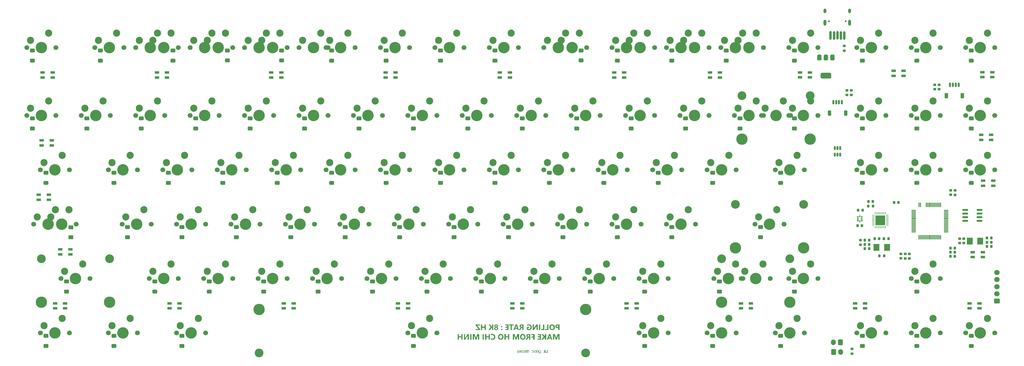
<source format=gbr>
%TF.GenerationSoftware,KiCad,Pcbnew,8.99.0-2209-g89a3b7baa5*%
%TF.CreationDate,2024-09-04T15:50:09+07:00*%
%TF.ProjectId,merisi_ob,6d657269-7369-45f6-9f62-2e6b69636164,rev?*%
%TF.SameCoordinates,Original*%
%TF.FileFunction,Soldermask,Bot*%
%TF.FilePolarity,Negative*%
%FSLAX46Y46*%
G04 Gerber Fmt 4.6, Leading zero omitted, Abs format (unit mm)*
G04 Created by KiCad (PCBNEW 8.99.0-2209-g89a3b7baa5) date 2024-09-04 15:50:09*
%MOMM*%
%LPD*%
G01*
G04 APERTURE LIST*
G04 Aperture macros list*
%AMRoundRect*
0 Rectangle with rounded corners*
0 $1 Rounding radius*
0 $2 $3 $4 $5 $6 $7 $8 $9 X,Y pos of 4 corners*
0 Add a 4 corners polygon primitive as box body*
4,1,4,$2,$3,$4,$5,$6,$7,$8,$9,$2,$3,0*
0 Add four circle primitives for the rounded corners*
1,1,$1+$1,$2,$3*
1,1,$1+$1,$4,$5*
1,1,$1+$1,$6,$7*
1,1,$1+$1,$8,$9*
0 Add four rect primitives between the rounded corners*
20,1,$1+$1,$2,$3,$4,$5,0*
20,1,$1+$1,$4,$5,$6,$7,0*
20,1,$1+$1,$6,$7,$8,$9,0*
20,1,$1+$1,$8,$9,$2,$3,0*%
G04 Aperture macros list end*
%ADD10C,0.300000*%
%ADD11C,0.250000*%
%ADD12C,0.650000*%
%ADD13O,1.000000X2.100000*%
%ADD14O,1.000000X1.600000*%
%ADD15R,1.600000X0.850000*%
%ADD16C,1.700000*%
%ADD17C,2.500000*%
%ADD18C,4.000000*%
%ADD19O,0.800000X3.000000*%
%ADD20C,3.048000*%
%ADD21C,3.987800*%
%ADD22C,0.400000*%
%ADD23RoundRect,0.250000X0.725000X-0.600000X0.725000X0.600000X-0.725000X0.600000X-0.725000X-0.600000X0*%
%ADD24O,1.950000X1.700000*%
%ADD25RoundRect,0.250000X0.600000X-0.400000X0.600000X0.400000X-0.600000X0.400000X-0.600000X-0.400000X0*%
%ADD26RoundRect,0.225000X0.225000X0.250000X-0.225000X0.250000X-0.225000X-0.250000X0.225000X-0.250000X0*%
%ADD27RoundRect,0.225000X-0.250000X0.225000X-0.250000X-0.225000X0.250000X-0.225000X0.250000X0.225000X0*%
%ADD28RoundRect,0.150000X0.150000X0.625000X-0.150000X0.625000X-0.150000X-0.625000X0.150000X-0.625000X0*%
%ADD29RoundRect,0.250000X0.350000X0.650000X-0.350000X0.650000X-0.350000X-0.650000X0.350000X-0.650000X0*%
%ADD30R,2.000000X2.400000*%
%ADD31RoundRect,0.007500X0.267500X0.117500X-0.267500X0.117500X-0.267500X-0.117500X0.267500X-0.117500X0*%
%ADD32RoundRect,0.006000X0.269000X0.094000X-0.269000X0.094000X-0.269000X-0.094000X0.269000X-0.094000X0*%
%ADD33RoundRect,0.012000X0.138000X-0.288000X0.138000X0.288000X-0.138000X0.288000X-0.138000X-0.288000X0*%
%ADD34RoundRect,0.200000X-0.275000X0.200000X-0.275000X-0.200000X0.275000X-0.200000X0.275000X0.200000X0*%
%ADD35RoundRect,0.225000X-0.225000X-0.250000X0.225000X-0.250000X0.225000X0.250000X-0.225000X0.250000X0*%
%ADD36RoundRect,0.150000X0.825000X0.150000X-0.825000X0.150000X-0.825000X-0.150000X0.825000X-0.150000X0*%
%ADD37RoundRect,0.062500X-0.375000X-0.062500X0.375000X-0.062500X0.375000X0.062500X-0.375000X0.062500X0*%
%ADD38RoundRect,0.062500X-0.062500X-0.375000X0.062500X-0.375000X0.062500X0.375000X-0.062500X0.375000X0*%
%ADD39R,3.450000X3.450000*%
%ADD40RoundRect,0.225000X0.250000X-0.225000X0.250000X0.225000X-0.250000X0.225000X-0.250000X-0.225000X0*%
%ADD41RoundRect,0.250000X-0.600000X-0.750000X0.600000X-0.750000X0.600000X0.750000X-0.600000X0.750000X0*%
%ADD42O,1.700000X2.000000*%
%ADD43RoundRect,0.375000X-0.375000X0.625000X-0.375000X-0.625000X0.375000X-0.625000X0.375000X0.625000X0*%
%ADD44RoundRect,0.500000X-1.400000X0.500000X-1.400000X-0.500000X1.400000X-0.500000X1.400000X0.500000X0*%
%ADD45RoundRect,0.200000X-0.200000X-0.275000X0.200000X-0.275000X0.200000X0.275000X-0.200000X0.275000X0*%
%ADD46RoundRect,0.200000X0.200000X0.275000X-0.200000X0.275000X-0.200000X-0.275000X0.200000X-0.275000X0*%
%ADD47RoundRect,0.150000X0.150000X-0.512500X0.150000X0.512500X-0.150000X0.512500X-0.150000X-0.512500X0*%
%ADD48RoundRect,0.250000X0.600000X0.750000X-0.600000X0.750000X-0.600000X-0.750000X0.600000X-0.750000X0*%
%ADD49RoundRect,0.075000X0.075000X-0.700000X0.075000X0.700000X-0.075000X0.700000X-0.075000X-0.700000X0*%
%ADD50RoundRect,0.075000X0.700000X-0.075000X0.700000X0.075000X-0.700000X0.075000X-0.700000X-0.075000X0*%
G04 APERTURE END LIST*
D10*
G36*
X405725907Y369790000D02*
G01*
X405284682Y369790000D01*
X405284682Y370462156D01*
X405074267Y370462156D01*
X404897008Y370474860D01*
X404746080Y370510766D01*
X404617115Y370567721D01*
X404506646Y370645216D01*
X404413602Y370743988D01*
X404348046Y370854973D01*
X404308038Y370980664D01*
X404295543Y371110376D01*
X404758583Y371110376D01*
X404769084Y371011934D01*
X404797853Y370936794D01*
X404843237Y370879419D01*
X404906976Y370836742D01*
X404993881Y370808694D01*
X405111147Y370798234D01*
X405284682Y370798234D01*
X405284682Y371415680D01*
X405111147Y371415680D01*
X404993335Y371405342D01*
X404906252Y371377675D01*
X404842610Y371335707D01*
X404797478Y371279505D01*
X404768967Y371206177D01*
X404758583Y371110376D01*
X404295543Y371110376D01*
X404294155Y371124787D01*
X404306521Y371276364D01*
X404341007Y371400544D01*
X404395289Y371502581D01*
X404469298Y371586345D01*
X404565222Y371653965D01*
X404687274Y371705596D01*
X404841330Y371739409D01*
X405034577Y371751758D01*
X405725907Y371751758D01*
X405725907Y369790000D01*
G37*
G36*
X403323992Y371770654D02*
G01*
X403481003Y371735085D01*
X403621179Y371677680D01*
X403747009Y371598521D01*
X403860258Y371496402D01*
X403955211Y371377547D01*
X404029547Y371245211D01*
X404083850Y371097507D01*
X404117645Y370931958D01*
X404129413Y370745600D01*
X404117921Y370569733D01*
X404084852Y370413026D01*
X404031559Y370272682D01*
X403958336Y370146386D01*
X403864410Y370032411D01*
X403753014Y369934537D01*
X403630594Y369858862D01*
X403495591Y369804173D01*
X403345818Y369770424D01*
X403178576Y369758736D01*
X403006949Y369770825D01*
X402853692Y369805693D01*
X402715949Y369862144D01*
X402591413Y369940222D01*
X402478454Y370041203D01*
X402383747Y370158484D01*
X402309597Y370289326D01*
X402255410Y370435633D01*
X402221667Y370599911D01*
X402211506Y370760010D01*
X402674337Y370760010D01*
X402683914Y370613596D01*
X402710664Y370491620D01*
X402752440Y370390020D01*
X402808304Y370305474D01*
X402880934Y370233971D01*
X402963912Y370183473D01*
X403059309Y370152512D01*
X403170272Y370141709D01*
X403277270Y370152592D01*
X403370863Y370184060D01*
X403453904Y370235955D01*
X403528210Y370310237D01*
X403585501Y370397276D01*
X403628096Y370500466D01*
X403655207Y370622857D01*
X403664863Y370768192D01*
X403655325Y370911160D01*
X403628391Y371033123D01*
X403585807Y371137415D01*
X403528210Y371226758D01*
X403453669Y371302771D01*
X403368918Y371356142D01*
X403271903Y371388714D01*
X403159403Y371400048D01*
X403050161Y371388986D01*
X402956503Y371357264D01*
X402875184Y371305373D01*
X402804152Y371231521D01*
X402750404Y371145081D01*
X402709863Y371040215D01*
X402683733Y370913304D01*
X402674337Y370760010D01*
X402211506Y370760010D01*
X402209909Y370785167D01*
X402221270Y370965677D01*
X402253855Y371125593D01*
X402306140Y371267847D01*
X402377616Y371394898D01*
X402468806Y371508614D01*
X402577807Y371606663D01*
X402698208Y371682497D01*
X402831614Y371737353D01*
X402980296Y371771258D01*
X403147069Y371783021D01*
X403323992Y371770654D01*
G37*
G36*
X400717707Y369790000D02*
G01*
X401884455Y369790000D01*
X401884455Y371751758D01*
X401443230Y371751758D01*
X401443230Y370149525D01*
X400717707Y370149525D01*
X400717707Y369790000D01*
G37*
G36*
X399287421Y369790000D02*
G01*
X400454169Y369790000D01*
X400454169Y371751758D01*
X400012944Y371751758D01*
X400012944Y370149525D01*
X399287421Y370149525D01*
X399287421Y369790000D01*
G37*
G36*
X398582658Y369790000D02*
G01*
X399023883Y369790000D01*
X399023883Y371751758D01*
X398582658Y371751758D01*
X398582658Y369790000D01*
G37*
G36*
X396374337Y369790000D02*
G01*
X396819713Y369790000D01*
X397627302Y371022571D01*
X397725610Y371185359D01*
X397731106Y371185359D01*
X397720115Y370867965D01*
X397720115Y369790000D01*
X398136793Y369790000D01*
X398136793Y371751758D01*
X397661374Y371751758D01*
X396883949Y370557533D01*
X396785642Y370397431D01*
X396780146Y370397431D01*
X396787640Y370482281D01*
X396791137Y370666953D01*
X396791137Y371751758D01*
X396374337Y371751758D01*
X396374337Y369790000D01*
G37*
G36*
X394316957Y369923845D02*
G01*
X394462059Y369854348D01*
X394627194Y369802726D01*
X394815395Y369770174D01*
X395030146Y369758736D01*
X395221240Y369770443D01*
X395388123Y369803791D01*
X395534265Y369856878D01*
X395662585Y369928879D01*
X395775331Y370020076D01*
X395871099Y370129312D01*
X395946199Y370253442D01*
X396001298Y370394604D01*
X396035806Y370555694D01*
X396047906Y370740226D01*
X396035170Y370923693D01*
X395998404Y371087972D01*
X395938850Y371236009D01*
X395856491Y371370196D01*
X395750052Y371492250D01*
X395626181Y371594752D01*
X395487433Y371675000D01*
X395331709Y371733678D01*
X395156219Y371770257D01*
X394957606Y371783021D01*
X394751217Y371772744D01*
X394569168Y371743440D01*
X394408426Y371696926D01*
X394408426Y371282812D01*
X394523425Y371339064D01*
X394652723Y371380573D01*
X394798457Y371406586D01*
X394963101Y371415680D01*
X395097725Y371403846D01*
X395215184Y371369849D01*
X395318693Y371314568D01*
X395410554Y371237016D01*
X395484464Y371142902D01*
X395538080Y371034049D01*
X395571567Y370907627D01*
X395583356Y370759888D01*
X395572365Y370608471D01*
X395541641Y370482821D01*
X395493434Y370378408D01*
X395428384Y370291674D01*
X395345742Y370220388D01*
X395250230Y370169123D01*
X395139320Y370137271D01*
X395009508Y370126078D01*
X394860387Y370138491D01*
X394758182Y370170530D01*
X394758182Y370548129D01*
X395150314Y370548129D01*
X395150314Y370907655D01*
X394316957Y370907655D01*
X394316957Y369923845D01*
G37*
G36*
X393169870Y369790000D02*
G01*
X392728646Y369790000D01*
X392728646Y370540314D01*
X392609822Y370540314D01*
X392570083Y370535980D01*
X392533984Y370523217D01*
X392466939Y370474002D01*
X392403436Y370396821D01*
X392337857Y370294361D01*
X392033164Y369790000D01*
X391526360Y369790000D01*
X391896632Y370369588D01*
X391960136Y370461912D01*
X392033286Y370550083D01*
X392112543Y370621769D01*
X392154734Y370648572D01*
X392197173Y370666221D01*
X392197173Y370671716D01*
X392101146Y370706303D01*
X392016189Y370751095D01*
X391940343Y370806971D01*
X391877459Y370871507D01*
X391826684Y370945424D01*
X391788677Y371028311D01*
X391765248Y371117965D01*
X391761684Y371162034D01*
X392221720Y371162034D01*
X392231642Y371082273D01*
X392260529Y371013135D01*
X392309159Y370951985D01*
X392371126Y370906534D01*
X392445997Y370878503D01*
X392537404Y370868576D01*
X392728646Y370868576D01*
X392728646Y371423496D01*
X392529099Y371423496D01*
X392408859Y371410872D01*
X392325611Y371377674D01*
X392269264Y371327252D01*
X392234452Y371257631D01*
X392221720Y371162034D01*
X391761684Y371162034D01*
X391757170Y371217843D01*
X391768330Y371343065D01*
X391799693Y371446753D01*
X391849685Y371533181D01*
X391918952Y371605315D01*
X392010285Y371664502D01*
X392128331Y371710318D01*
X392279241Y371740623D01*
X392470359Y371751758D01*
X393169870Y371751758D01*
X393169870Y369790000D01*
G37*
G36*
X391553349Y369790000D02*
G01*
X391075122Y369790000D01*
X390937247Y370227683D01*
X390240422Y370227683D01*
X390101081Y369790000D01*
X389620167Y369790000D01*
X389894962Y370563761D01*
X390341538Y370563761D01*
X390842969Y370563761D01*
X390629745Y371230666D01*
X390607549Y371316064D01*
X390595673Y371401514D01*
X390584682Y371401514D01*
X390571113Y371302905D01*
X390551953Y371225293D01*
X390341538Y370563761D01*
X389894962Y370563761D01*
X390316870Y371751758D01*
X390840160Y371751758D01*
X391553349Y369790000D01*
G37*
G36*
X388097191Y371392233D02*
G01*
X388656018Y371392233D01*
X388656018Y369790000D01*
X389098709Y369790000D01*
X389098709Y371392233D01*
X389654727Y371392233D01*
X389654727Y371751758D01*
X388097191Y371751758D01*
X388097191Y371392233D01*
G37*
G36*
X386756420Y369790000D02*
G01*
X387931350Y369790000D01*
X387931350Y371751758D01*
X386801482Y371751758D01*
X386801482Y371392233D01*
X387490125Y371392233D01*
X387490125Y370954549D01*
X386849354Y370954549D01*
X386849354Y370595024D01*
X387490125Y370595024D01*
X387490125Y370149525D01*
X386756420Y370149525D01*
X386756420Y369790000D01*
G37*
G36*
X385526290Y370751339D02*
G01*
X385594719Y370758932D01*
X385653168Y370780765D01*
X385703855Y370816796D01*
X385743551Y370864218D01*
X385766935Y370917507D01*
X385774930Y370978729D01*
X385766631Y371041518D01*
X385742554Y371094917D01*
X385701901Y371141273D01*
X385650021Y371176035D01*
X385589945Y371197249D01*
X385519452Y371204654D01*
X385448090Y371197081D01*
X385388569Y371175562D01*
X385338346Y371140540D01*
X385299216Y371094040D01*
X385275999Y371040841D01*
X385268004Y370978729D01*
X385276229Y370914881D01*
X385299976Y370861021D01*
X385339811Y370814720D01*
X385390889Y370780253D01*
X385452140Y370758899D01*
X385526290Y370751339D01*
G37*
G36*
X385526290Y369758736D02*
G01*
X385594686Y369766378D01*
X385653133Y369788363D01*
X385703855Y369824682D01*
X385743589Y369872395D01*
X385766956Y369925739D01*
X385774930Y369986737D01*
X385766633Y370049355D01*
X385742560Y370102591D01*
X385701901Y370148792D01*
X385650029Y370183483D01*
X385589953Y370204659D01*
X385519452Y370212051D01*
X385448072Y370204503D01*
X385388552Y370183061D01*
X385338346Y370148182D01*
X385299207Y370101761D01*
X385275994Y370048682D01*
X385268004Y369986737D01*
X385276208Y369923115D01*
X385299939Y369869196D01*
X385339811Y369822606D01*
X385390924Y369787855D01*
X385452175Y369766347D01*
X385526290Y369758736D01*
G37*
G36*
X383700834Y371773004D02*
G01*
X383819766Y371744064D01*
X383928560Y371696653D01*
X384018579Y371635376D01*
X384092964Y371559063D01*
X384149005Y371470024D01*
X384184214Y371370920D01*
X384196144Y371262295D01*
X384186996Y371171095D01*
X384159892Y371086277D01*
X384114200Y371006085D01*
X384053747Y370935349D01*
X383977509Y370872295D01*
X383883269Y370816796D01*
X383975512Y370778551D01*
X384052041Y370732655D01*
X384118410Y370677416D01*
X384171598Y370616517D01*
X384213453Y370548715D01*
X384243283Y370475711D01*
X384261189Y370398616D01*
X384267219Y370317808D01*
X384254011Y370197727D01*
X384215317Y370090174D01*
X384153539Y369994552D01*
X384071214Y369913098D01*
X383971736Y369848586D01*
X383851151Y369799036D01*
X383719591Y369769122D01*
X383571859Y369758736D01*
X383421585Y369769358D01*
X383289637Y369799769D01*
X383169103Y369850052D01*
X383069696Y369915296D01*
X382987635Y369997301D01*
X382926936Y370092983D01*
X382889300Y370200552D01*
X382876378Y370321960D01*
X382878707Y370352735D01*
X383282187Y370352735D01*
X383287829Y370288788D01*
X383304047Y370232934D01*
X383330305Y370182859D01*
X383364131Y370141953D01*
X383405630Y370109159D01*
X383454989Y370084190D01*
X383509417Y370068844D01*
X383570394Y370063551D01*
X383633863Y370068720D01*
X383688607Y370083457D01*
X383737945Y370107952D01*
X383779466Y370140610D01*
X383813001Y370181544D01*
X383838206Y370231468D01*
X383853386Y370287437D01*
X383858722Y370352735D01*
X383853141Y370414232D01*
X383836863Y370469727D01*
X383810701Y370520154D01*
X383776779Y370562662D01*
X383735060Y370597233D01*
X383685310Y370623234D01*
X383630375Y370639173D01*
X383570394Y370644605D01*
X383507212Y370638557D01*
X383452302Y370621158D01*
X383403003Y370593648D01*
X383361444Y370558510D01*
X383327823Y370515954D01*
X383302704Y370465575D01*
X383287355Y370410773D01*
X383282187Y370352735D01*
X382878707Y370352735D01*
X382882586Y370403986D01*
X382901046Y370482428D01*
X382931712Y370556706D01*
X382974808Y370625310D01*
X383029155Y370686823D01*
X383096318Y370742180D01*
X383173175Y370788177D01*
X383264357Y370826322D01*
X383166150Y370881789D01*
X383086316Y370944395D01*
X383022557Y371014145D01*
X382973629Y371093816D01*
X382944810Y371177733D01*
X382939692Y371225293D01*
X383329937Y371225293D01*
X383334622Y371174125D01*
X383348377Y371127229D01*
X383370362Y371084228D01*
X383398935Y371047117D01*
X383433672Y371016303D01*
X383473429Y370993140D01*
X383517206Y370978734D01*
X383565020Y370973845D01*
X383611670Y370978681D01*
X383655879Y370993140D01*
X383696087Y371016225D01*
X383730373Y371046385D01*
X383758289Y371082952D01*
X383780198Y371126496D01*
X383793970Y371174022D01*
X383798639Y371225293D01*
X383794300Y371276621D01*
X383781542Y371324089D01*
X383760829Y371367638D01*
X383733792Y371404200D01*
X383700118Y371434557D01*
X383660031Y371458178D01*
X383615236Y371473091D01*
X383565020Y371478206D01*
X383517124Y371473301D01*
X383472819Y371458789D01*
X383432401Y371435820D01*
X383397592Y371405666D01*
X383369260Y371369019D01*
X383347766Y371325554D01*
X383334487Y371277864D01*
X383329937Y371225293D01*
X382939692Y371225293D01*
X382935118Y371267791D01*
X382946896Y371374982D01*
X382981646Y371472711D01*
X383037194Y371560432D01*
X383112072Y371636109D01*
X383202651Y371696802D01*
X383312229Y371744064D01*
X383432131Y371772969D01*
X383567707Y371783021D01*
X383700834Y371773004D01*
G37*
G36*
X380913886Y369791221D02*
G01*
X381471371Y369791221D01*
X382042411Y370642407D01*
X382094312Y370750362D01*
X382101151Y370750362D01*
X382101151Y369790000D01*
X382542376Y369790000D01*
X382542376Y371751758D01*
X382101151Y371751758D01*
X382101151Y370824246D01*
X382094312Y370824246D01*
X382039724Y370933545D01*
X381498604Y371750537D01*
X380972627Y371750537D01*
X381655774Y370816064D01*
X380913886Y369791221D01*
G37*
G36*
X378265806Y369790000D02*
G01*
X378708374Y369790000D01*
X378708374Y370587208D01*
X379519993Y370587208D01*
X379519993Y369790000D01*
X379961217Y369790000D01*
X379961217Y371751758D01*
X379519993Y371751758D01*
X379519993Y370970181D01*
X378708374Y370970181D01*
X378708374Y371751758D01*
X378265806Y371751758D01*
X378265806Y369790000D01*
G37*
G36*
X376407850Y369790000D02*
G01*
X377985781Y369790000D01*
X377985781Y370045233D01*
X376981577Y371392233D01*
X377913363Y371392233D01*
X377913363Y371751758D01*
X376410537Y371751758D01*
X376410537Y371504340D01*
X377392882Y370149525D01*
X376407850Y370149525D01*
X376407850Y369790000D01*
G37*
G36*
X403493527Y366430000D02*
G01*
X403929378Y366430000D01*
X403929378Y367603831D01*
X403925458Y367798719D01*
X403912892Y368023806D01*
X403923761Y368023806D01*
X403959171Y367856305D01*
X403985310Y367763810D01*
X404444364Y366430000D01*
X404805111Y366430000D01*
X405272348Y367750132D01*
X405333775Y368023806D01*
X405346109Y368023806D01*
X405328401Y367514804D01*
X405328401Y366430000D01*
X405725907Y366430000D01*
X405725907Y368391758D01*
X405079762Y368391758D01*
X404679448Y367228918D01*
X404637933Y367088439D01*
X404609717Y366948527D01*
X404601535Y366948527D01*
X404562252Y367105662D01*
X404523621Y367231727D01*
X404123307Y368391758D01*
X403493527Y368391758D01*
X403493527Y366430000D01*
G37*
G36*
X403257466Y366430000D02*
G01*
X402779239Y366430000D01*
X402641364Y366867683D01*
X401944539Y366867683D01*
X401805198Y366430000D01*
X401324284Y366430000D01*
X401599079Y367203761D01*
X402045655Y367203761D01*
X402547086Y367203761D01*
X402333862Y367870666D01*
X402311666Y367956064D01*
X402299790Y368041514D01*
X402288799Y368041514D01*
X402275230Y367942905D01*
X402256071Y367865293D01*
X402045655Y367203761D01*
X401599079Y367203761D01*
X402020987Y368391758D01*
X402544277Y368391758D01*
X403257466Y366430000D01*
G37*
G36*
X399450942Y366431221D02*
G01*
X400008426Y366431221D01*
X400579466Y367282407D01*
X400631367Y367390362D01*
X400638206Y367390362D01*
X400638206Y366430000D01*
X401079431Y366430000D01*
X401079431Y368391758D01*
X400638206Y368391758D01*
X400638206Y367464246D01*
X400631367Y367464246D01*
X400576779Y367573545D01*
X400035659Y368390537D01*
X399509682Y368390537D01*
X400192829Y367456064D01*
X399450942Y366431221D01*
G37*
G36*
X398089288Y366430000D02*
G01*
X399264218Y366430000D01*
X399264218Y368391758D01*
X398134351Y368391758D01*
X398134351Y368032233D01*
X398822993Y368032233D01*
X398822993Y367594549D01*
X398182222Y367594549D01*
X398182222Y367235024D01*
X398822993Y367235024D01*
X398822993Y366789525D01*
X398089288Y366789525D01*
X398089288Y366430000D01*
G37*
G36*
X395876814Y368032233D02*
G01*
X396568143Y368032233D01*
X396568143Y367547655D01*
X395932745Y367547655D01*
X395932745Y367188129D01*
X396568143Y367188129D01*
X396568143Y366430000D01*
X397009368Y366430000D01*
X397009368Y368391758D01*
X395876814Y368391758D01*
X395876814Y368032233D01*
G37*
G36*
X395553681Y366430000D02*
G01*
X395112456Y366430000D01*
X395112456Y367180314D01*
X394993632Y367180314D01*
X394953894Y367175980D01*
X394917794Y367163217D01*
X394850750Y367114002D01*
X394787247Y367036821D01*
X394721667Y366934361D01*
X394416974Y366430000D01*
X393910170Y366430000D01*
X394280443Y367009588D01*
X394343946Y367101912D01*
X394417096Y367190083D01*
X394496353Y367261769D01*
X394538545Y367288572D01*
X394580983Y367306221D01*
X394580983Y367311716D01*
X394484956Y367346303D01*
X394400000Y367391095D01*
X394324153Y367446971D01*
X394261270Y367511507D01*
X394210494Y367585424D01*
X394172487Y367668311D01*
X394149058Y367757965D01*
X394145494Y367802034D01*
X394605530Y367802034D01*
X394615452Y367722273D01*
X394644339Y367653135D01*
X394692969Y367591985D01*
X394754936Y367546534D01*
X394829807Y367518503D01*
X394921214Y367508576D01*
X395112456Y367508576D01*
X395112456Y368063496D01*
X394912909Y368063496D01*
X394792669Y368050872D01*
X394709422Y368017674D01*
X394653074Y367967252D01*
X394618262Y367897631D01*
X394605530Y367802034D01*
X394145494Y367802034D01*
X394140980Y367857843D01*
X394152140Y367983065D01*
X394183504Y368086753D01*
X394233495Y368173181D01*
X394302763Y368245315D01*
X394394095Y368304502D01*
X394512141Y368350318D01*
X394663051Y368380623D01*
X394854169Y368391758D01*
X395553681Y368391758D01*
X395553681Y366430000D01*
G37*
G36*
X393057976Y368410654D02*
G01*
X393214987Y368375085D01*
X393355164Y368317680D01*
X393480993Y368238521D01*
X393594242Y368136402D01*
X393689195Y368017547D01*
X393763531Y367885211D01*
X393817835Y367737507D01*
X393851630Y367571958D01*
X393863398Y367385600D01*
X393851905Y367209733D01*
X393818836Y367053026D01*
X393765544Y366912682D01*
X393692321Y366786386D01*
X393598394Y366672411D01*
X393486998Y366574537D01*
X393364579Y366498862D01*
X393229576Y366444173D01*
X393079802Y366410424D01*
X392912561Y366398736D01*
X392740934Y366410825D01*
X392587677Y366445693D01*
X392449933Y366502144D01*
X392325398Y366580222D01*
X392212438Y366681203D01*
X392117732Y366798484D01*
X392043582Y366929326D01*
X391989394Y367075633D01*
X391955652Y367239911D01*
X391945490Y367400010D01*
X392408321Y367400010D01*
X392417899Y367253596D01*
X392444649Y367131620D01*
X392486425Y367030020D01*
X392542288Y366945474D01*
X392614919Y366873971D01*
X392697897Y366823473D01*
X392793293Y366792512D01*
X392904256Y366781709D01*
X393011255Y366792592D01*
X393104848Y366824060D01*
X393187888Y366875955D01*
X393262194Y366950237D01*
X393319486Y367037276D01*
X393362081Y367140466D01*
X393389191Y367262857D01*
X393398848Y367408192D01*
X393389310Y367551160D01*
X393362376Y367673123D01*
X393319791Y367777415D01*
X393262194Y367866758D01*
X393187654Y367942771D01*
X393102902Y367996142D01*
X393005887Y368028714D01*
X392893387Y368040048D01*
X392784146Y368028986D01*
X392690488Y367997264D01*
X392609168Y367945373D01*
X392538136Y367871521D01*
X392484388Y367785081D01*
X392443848Y367680215D01*
X392417717Y367553304D01*
X392408321Y367400010D01*
X391945490Y367400010D01*
X391943893Y367425167D01*
X391955255Y367605677D01*
X391987840Y367765593D01*
X392040125Y367907847D01*
X392111601Y368034898D01*
X392202791Y368148614D01*
X392311792Y368246663D01*
X392432193Y368322497D01*
X392565599Y368377353D01*
X392714281Y368411258D01*
X392881053Y368423021D01*
X393057976Y368410654D01*
G37*
G36*
X389399738Y366430000D02*
G01*
X389835589Y366430000D01*
X389835589Y367603831D01*
X389831669Y367798719D01*
X389819103Y368023806D01*
X389829972Y368023806D01*
X389865382Y367856305D01*
X389891521Y367763810D01*
X390350575Y366430000D01*
X390711322Y366430000D01*
X391178558Y367750132D01*
X391239986Y368023806D01*
X391252320Y368023806D01*
X391234612Y367514804D01*
X391234612Y366430000D01*
X391632117Y366430000D01*
X391632117Y368391758D01*
X390985973Y368391758D01*
X390585659Y367228918D01*
X390544144Y367088439D01*
X390515928Y366948527D01*
X390507745Y366948527D01*
X390468463Y367105662D01*
X390429832Y367231727D01*
X390029518Y368391758D01*
X389399738Y368391758D01*
X389399738Y366430000D01*
G37*
G36*
X386491905Y366430000D02*
G01*
X386934473Y366430000D01*
X386934473Y367227208D01*
X387746092Y367227208D01*
X387746092Y366430000D01*
X388187316Y366430000D01*
X388187316Y368391758D01*
X387746092Y368391758D01*
X387746092Y367610181D01*
X386934473Y367610181D01*
X386934473Y368391758D01*
X386491905Y368391758D01*
X386491905Y366430000D01*
G37*
G36*
X385361396Y368410654D02*
G01*
X385518407Y368375085D01*
X385658583Y368317680D01*
X385784413Y368238521D01*
X385897662Y368136402D01*
X385992615Y368017547D01*
X386066951Y367885211D01*
X386121254Y367737507D01*
X386155049Y367571958D01*
X386166817Y367385600D01*
X386155325Y367209733D01*
X386122256Y367053026D01*
X386068963Y366912682D01*
X385995740Y366786386D01*
X385901814Y366672411D01*
X385790418Y366574537D01*
X385667998Y366498862D01*
X385532995Y366444173D01*
X385383222Y366410424D01*
X385215980Y366398736D01*
X385044353Y366410825D01*
X384891096Y366445693D01*
X384753353Y366502144D01*
X384628818Y366580222D01*
X384515858Y366681203D01*
X384421151Y366798484D01*
X384347001Y366929326D01*
X384292814Y367075633D01*
X384259071Y367239911D01*
X384248910Y367400010D01*
X384711741Y367400010D01*
X384721318Y367253596D01*
X384748068Y367131620D01*
X384789844Y367030020D01*
X384845708Y366945474D01*
X384918338Y366873971D01*
X385001316Y366823473D01*
X385096713Y366792512D01*
X385207676Y366781709D01*
X385314675Y366792592D01*
X385408267Y366824060D01*
X385491308Y366875955D01*
X385565614Y366950237D01*
X385622905Y367037276D01*
X385665500Y367140466D01*
X385692611Y367262857D01*
X385702267Y367408192D01*
X385692729Y367551160D01*
X385665795Y367673123D01*
X385623211Y367777415D01*
X385565614Y367866758D01*
X385491073Y367942771D01*
X385406322Y367996142D01*
X385309307Y368028714D01*
X385196807Y368040048D01*
X385087565Y368028986D01*
X384993908Y367997264D01*
X384912588Y367945373D01*
X384841556Y367871521D01*
X384787808Y367785081D01*
X384747267Y367680215D01*
X384721137Y367553304D01*
X384711741Y367400010D01*
X384248910Y367400010D01*
X384247313Y367425167D01*
X384258674Y367605677D01*
X384291259Y367765593D01*
X384343544Y367907847D01*
X384415020Y368034898D01*
X384506210Y368148614D01*
X384615211Y368246663D01*
X384735612Y368322497D01*
X384869018Y368377353D01*
X385017700Y368411258D01*
X385184473Y368423021D01*
X385361396Y368410654D01*
G37*
G36*
X381751395Y366502784D02*
G01*
X381898181Y366447933D01*
X382082245Y366411898D01*
X382311566Y366398736D01*
X382493086Y366410500D01*
X382651660Y366444050D01*
X382790699Y366497607D01*
X382913021Y366570560D01*
X383020725Y366663496D01*
X383111678Y366773613D01*
X383182920Y366897067D01*
X383235039Y367035738D01*
X383267544Y367192126D01*
X383278890Y367369235D01*
X383266349Y367556768D01*
X383230239Y367723959D01*
X383171969Y367873831D01*
X383091753Y368008871D01*
X382988607Y368130907D01*
X382867034Y368234986D01*
X382732966Y368315735D01*
X382584640Y368374263D01*
X382419636Y368410465D01*
X382234996Y368423021D01*
X382044238Y368414006D01*
X381884543Y368388926D01*
X381751395Y368350237D01*
X381751395Y367922812D01*
X381886799Y367987274D01*
X382035220Y368026547D01*
X382199581Y368040048D01*
X382335273Y368028486D01*
X382452655Y367995424D01*
X382555070Y367941983D01*
X382644958Y367867491D01*
X382717218Y367776493D01*
X382769778Y367670361D01*
X382802711Y367546163D01*
X382814340Y367400010D01*
X382803374Y367259800D01*
X382772288Y367140237D01*
X382722661Y367037720D01*
X382654483Y366949504D01*
X382569475Y366877332D01*
X382471293Y366825367D01*
X382357360Y366793062D01*
X382224127Y366781709D01*
X382055341Y366795856D01*
X381898620Y366837510D01*
X381751395Y366906762D01*
X381751395Y366502784D01*
G37*
G36*
X379713677Y366430000D02*
G01*
X380156245Y366430000D01*
X380156245Y367227208D01*
X380967864Y367227208D01*
X380967864Y366430000D01*
X381409089Y366430000D01*
X381409089Y368391758D01*
X380967864Y368391758D01*
X380967864Y367610181D01*
X380156245Y367610181D01*
X380156245Y368391758D01*
X379713677Y368391758D01*
X379713677Y366430000D01*
G37*
G36*
X378824389Y366430000D02*
G01*
X379265614Y366430000D01*
X379265614Y368391758D01*
X378824389Y368391758D01*
X378824389Y366430000D01*
G37*
G36*
X375380198Y366430000D02*
G01*
X375816050Y366430000D01*
X375816050Y367603831D01*
X375812129Y367798719D01*
X375799563Y368023806D01*
X375810432Y368023806D01*
X375845842Y367856305D01*
X375871981Y367763810D01*
X376331036Y366430000D01*
X376691782Y366430000D01*
X377159019Y367750132D01*
X377220446Y368023806D01*
X377232780Y368023806D01*
X377215073Y367514804D01*
X377215073Y366430000D01*
X377612578Y366430000D01*
X377612578Y368391758D01*
X376966434Y368391758D01*
X376566120Y367228918D01*
X376524605Y367088439D01*
X376496388Y366948527D01*
X376488206Y366948527D01*
X376448923Y367105662D01*
X376410293Y367231727D01*
X376009979Y368391758D01*
X375380198Y368391758D01*
X375380198Y366430000D01*
G37*
G36*
X374492498Y366430000D02*
G01*
X374933722Y366430000D01*
X374933722Y368391758D01*
X374492498Y368391758D01*
X374492498Y366430000D01*
G37*
G36*
X372284176Y366430000D02*
G01*
X372729553Y366430000D01*
X373537142Y367662571D01*
X373635450Y367825359D01*
X373640945Y367825359D01*
X373629954Y367507965D01*
X373629954Y366430000D01*
X374046632Y366430000D01*
X374046632Y368391758D01*
X373571214Y368391758D01*
X372793789Y367197533D01*
X372695481Y367037431D01*
X372689986Y367037431D01*
X372697479Y367122281D01*
X372700976Y367306953D01*
X372700976Y368391758D01*
X372284176Y368391758D01*
X372284176Y366430000D01*
G37*
G36*
X370139357Y366430000D02*
G01*
X370581926Y366430000D01*
X370581926Y367227208D01*
X371393545Y367227208D01*
X371393545Y366430000D01*
X371834769Y366430000D01*
X371834769Y368391758D01*
X371393545Y368391758D01*
X371393545Y367610181D01*
X370581926Y367610181D01*
X370581926Y368391758D01*
X370139357Y368391758D01*
X370139357Y366430000D01*
G37*
D11*
G36*
X401468642Y362517787D02*
G01*
X401468642Y361970683D01*
X401166697Y361970683D01*
X401166697Y362103551D01*
X401161067Y362149657D01*
X401147219Y362175786D01*
X401125020Y362191843D01*
X401096355Y362197341D01*
X401068216Y362191871D01*
X401046102Y362175786D01*
X401032254Y362149657D01*
X401026624Y362103551D01*
X401026624Y361830000D01*
X401689987Y361830000D01*
X401735894Y361835604D01*
X401762039Y361849417D01*
X401778045Y361871619D01*
X401783532Y361900341D01*
X401778043Y361929053D01*
X401762039Y361951205D01*
X401735887Y361965063D01*
X401689987Y361970683D01*
X401608654Y361970683D01*
X401608654Y362517787D01*
X401689987Y362517787D01*
X401735894Y362523392D01*
X401762039Y362537205D01*
X401778045Y362559407D01*
X401783532Y362588129D01*
X401778043Y362616841D01*
X401762039Y362638993D01*
X401735887Y362652851D01*
X401689987Y362658471D01*
X401386638Y362658471D01*
X401340693Y362652846D01*
X401314586Y362638993D01*
X401298582Y362616841D01*
X401293093Y362588129D01*
X401298580Y362559407D01*
X401314586Y362537205D01*
X401340687Y362523396D01*
X401386638Y362517787D01*
X401468642Y362517787D01*
G37*
G36*
X400714787Y362173893D02*
G01*
X400714787Y361970683D01*
X400357520Y361970683D01*
X400357520Y362044933D01*
X400351890Y362091039D01*
X400338042Y362117168D01*
X400315843Y362133225D01*
X400287178Y362138722D01*
X400259050Y362133250D01*
X400236987Y362117168D01*
X400223138Y362091039D01*
X400217508Y362044933D01*
X400217508Y361830000D01*
X400876720Y361830000D01*
X400922670Y361835609D01*
X400948771Y361849417D01*
X400964777Y361871619D01*
X400970265Y361900341D01*
X400964695Y361929022D01*
X400948405Y361951205D01*
X400922076Y361965094D01*
X400876720Y361970683D01*
X400854860Y361970683D01*
X400854860Y362517787D01*
X400876720Y362517787D01*
X400922670Y362523396D01*
X400948771Y362537205D01*
X400964777Y362559407D01*
X400970265Y362588129D01*
X400964775Y362616841D01*
X400948771Y362638993D01*
X400922664Y362652846D01*
X400876720Y362658471D01*
X400248222Y362657800D01*
X400248222Y362443538D01*
X400253771Y362397389D01*
X400267395Y362371242D01*
X400289287Y362355245D01*
X400317892Y362349748D01*
X400346615Y362355236D01*
X400368817Y362371242D01*
X400382667Y362397422D01*
X400388295Y362443538D01*
X400388295Y362517787D01*
X400714787Y362517787D01*
X400714787Y362314577D01*
X400591810Y362314577D01*
X400588461Y362360484D01*
X400581552Y362379057D01*
X400565574Y362395277D01*
X400545941Y362404965D01*
X400521468Y362408367D01*
X400493382Y362402899D01*
X400471277Y362386812D01*
X400457428Y362360683D01*
X400451798Y362314577D01*
X400451798Y362173893D01*
X400455337Y362127991D01*
X400462728Y362108986D01*
X400479058Y362092877D01*
X400498310Y362083386D01*
X400521468Y362080104D01*
X400545941Y362083505D01*
X400565574Y362093193D01*
X400581552Y362109413D01*
X400588461Y362127987D01*
X400591810Y362173893D01*
X400714787Y362173893D01*
G37*
G36*
X398960679Y362671654D02*
G01*
X399024572Y362652754D01*
X399085727Y362620888D01*
X399144977Y362574757D01*
X399195357Y362520388D01*
X399234085Y362460874D01*
X399261938Y362395483D01*
X399279068Y362323148D01*
X399284989Y362242526D01*
X399280422Y362172725D01*
X399267101Y362108524D01*
X399245321Y362049084D01*
X399215013Y361993703D01*
X399176754Y361942641D01*
X399134086Y361900086D01*
X399086770Y361865292D01*
X399034335Y361837815D01*
X399123850Y361749033D01*
X399144889Y361720395D01*
X399151144Y361693773D01*
X399145986Y361663993D01*
X399130994Y361640284D01*
X399108922Y361624171D01*
X399084160Y361618974D01*
X399044532Y361625507D01*
X398930024Y361651392D01*
X398863548Y361658053D01*
X398824105Y361652918D01*
X398763836Y361633811D01*
X398724646Y361622606D01*
X398686594Y361618974D01*
X398638106Y361624575D01*
X398588600Y361641913D01*
X398536995Y361672585D01*
X398515287Y361692550D01*
X398503338Y361713336D01*
X398499443Y361735783D01*
X398504553Y361763701D01*
X398519593Y361786280D01*
X398541961Y361801449D01*
X398569113Y361806552D01*
X398590683Y361801780D01*
X398625167Y361783105D01*
X398660104Y361764695D01*
X398685251Y361759658D01*
X398703099Y361762267D01*
X398728299Y361771687D01*
X398793712Y361793143D01*
X398864220Y361800385D01*
X398860129Y361806552D01*
X398789118Y361820364D01*
X398723821Y361847226D01*
X398663036Y361887708D01*
X398605994Y361943328D01*
X398559967Y362007353D01*
X398527132Y362077488D01*
X398507044Y362154929D01*
X398500115Y362241243D01*
X398500164Y362241915D01*
X398640127Y362241915D01*
X398645261Y362178939D01*
X398660025Y362123574D01*
X398683975Y362074478D01*
X398717369Y362030645D01*
X398758889Y361992945D01*
X398801504Y361967309D01*
X398845863Y361952270D01*
X398892918Y361947236D01*
X398939571Y361952273D01*
X398983686Y361967341D01*
X399026212Y361993082D01*
X399067796Y362031011D01*
X399101205Y362075026D01*
X399125134Y362124141D01*
X399139862Y362179335D01*
X399144977Y362241915D01*
X399139866Y362304523D01*
X399125142Y362359793D01*
X399101213Y362409023D01*
X399067796Y362453185D01*
X399026190Y362491297D01*
X398983657Y362517147D01*
X398939552Y362532273D01*
X398892918Y362537327D01*
X398845882Y362532274D01*
X398801532Y362517179D01*
X398758911Y362491433D01*
X398717369Y362453551D01*
X398683963Y362409540D01*
X398660013Y362360318D01*
X398645256Y362304885D01*
X398640127Y362241915D01*
X398500164Y362241915D01*
X398506038Y362322100D01*
X398523173Y362394650D01*
X398551032Y362460235D01*
X398589760Y362519924D01*
X398640127Y362574452D01*
X398699383Y362620692D01*
X398760656Y362652654D01*
X398824788Y362671625D01*
X398892918Y362678011D01*
X398960679Y362671654D01*
G37*
G36*
X397733314Y362517787D02*
G01*
X397733314Y362119305D01*
X397739256Y362056009D01*
X397756618Y361998787D01*
X397785407Y361946345D01*
X397826554Y361897777D01*
X397875972Y361857581D01*
X397929194Y361829390D01*
X397987108Y361812373D01*
X398050952Y361806552D01*
X398114290Y361812383D01*
X398172890Y361829572D01*
X398226805Y361857793D01*
X398275350Y361897105D01*
X398316421Y361943521D01*
X398346058Y361990040D01*
X398359342Y362023285D01*
X398368114Y362065675D01*
X398371338Y362119305D01*
X398371338Y362517787D01*
X398411806Y362523220D01*
X398436917Y362537205D01*
X398452685Y362559381D01*
X398458105Y362588129D01*
X398452683Y362616867D01*
X398436917Y362638993D01*
X398410987Y362652815D01*
X398364499Y362658471D01*
X398180767Y362658471D01*
X398134823Y362652846D01*
X398108715Y362638993D01*
X398092664Y362616836D01*
X398087161Y362588129D01*
X398092662Y362559412D01*
X398108715Y362537205D01*
X398134816Y362523396D01*
X398180767Y362517787D01*
X398231325Y362517787D01*
X398231325Y362107032D01*
X398225687Y362067184D01*
X398208728Y362030447D01*
X398179057Y361995596D01*
X398141857Y361968747D01*
X398100309Y361952730D01*
X398053028Y361947236D01*
X398005326Y361953075D01*
X397960765Y361970561D01*
X397921940Y361998925D01*
X397890423Y362038461D01*
X397877829Y362068747D01*
X397873326Y362107032D01*
X397873326Y362517787D01*
X397923885Y362517787D01*
X397969845Y362523394D01*
X397995997Y362537205D01*
X398012004Y362559407D01*
X398017491Y362588129D01*
X398012001Y362616841D01*
X397995997Y362638993D01*
X397969839Y362652849D01*
X397923885Y362658471D01*
X397740153Y362658471D01*
X397694209Y362652846D01*
X397668101Y362638993D01*
X397652050Y362616836D01*
X397646547Y362588129D01*
X397651967Y362559381D01*
X397667735Y362537205D01*
X397692846Y362523220D01*
X397733314Y362517787D01*
G37*
G36*
X397281560Y362671656D02*
G01*
X397345567Y362652749D01*
X397406950Y362620846D01*
X397466540Y362574635D01*
X397516647Y362520209D01*
X397555188Y362460619D01*
X397582921Y362395130D01*
X397599982Y362322674D01*
X397605881Y362241915D01*
X397599975Y362161138D01*
X397582901Y362088760D01*
X397555162Y362023428D01*
X397516627Y361964065D01*
X397466540Y361909928D01*
X397406950Y361863717D01*
X397345567Y361831814D01*
X397281560Y361812907D01*
X397213810Y361806552D01*
X397153400Y361811455D01*
X397096495Y361825965D01*
X397042277Y361850188D01*
X396990100Y361884760D01*
X396939525Y361930811D01*
X396897070Y361982712D01*
X396864249Y362039027D01*
X396840578Y362100392D01*
X396826024Y362167671D01*
X396821006Y362241915D01*
X396961018Y362241915D01*
X396966153Y362178939D01*
X396980917Y362123574D01*
X397004866Y362074478D01*
X397038260Y362030645D01*
X397079780Y361992945D01*
X397122396Y361967309D01*
X397166754Y361952270D01*
X397213810Y361947236D01*
X397260463Y361952273D01*
X397304577Y361967341D01*
X397347104Y361993082D01*
X397388688Y362031011D01*
X397422097Y362075026D01*
X397446025Y362124141D01*
X397460754Y362179335D01*
X397465868Y362241915D01*
X397460757Y362304523D01*
X397446033Y362359793D01*
X397422104Y362409023D01*
X397388688Y362453185D01*
X397347081Y362491297D01*
X397304549Y362517147D01*
X397260443Y362532273D01*
X397213810Y362537327D01*
X397166773Y362532274D01*
X397122424Y362517179D01*
X397079802Y362491433D01*
X397038260Y362453551D01*
X397004854Y362409540D01*
X396980904Y362360318D01*
X396966148Y362304885D01*
X396961018Y362241915D01*
X396821006Y362241915D01*
X396826032Y362316486D01*
X396840602Y362383992D01*
X396864284Y362445494D01*
X396897101Y362501865D01*
X396939525Y362553752D01*
X396990100Y362599803D01*
X397042277Y362634375D01*
X397096495Y362658598D01*
X397153400Y362673108D01*
X397213810Y362678011D01*
X397281560Y362671656D01*
G37*
G36*
X396155261Y362619392D02*
G01*
X396141210Y362636967D01*
X396126929Y362648702D01*
X396110894Y362656044D01*
X396093773Y362658471D01*
X396065651Y362653098D01*
X396043581Y362637344D01*
X396029740Y362611552D01*
X396024103Y362565720D01*
X396024103Y362447079D01*
X396029724Y362401243D01*
X396043581Y362375150D01*
X396065681Y362359110D01*
X396093773Y362353656D01*
X396119636Y362357716D01*
X396138897Y362369105D01*
X396152688Y362388947D01*
X396164176Y362426990D01*
X396171719Y362452919D01*
X396183288Y362470710D01*
X396215585Y362497155D01*
X396261568Y362519131D01*
X396312184Y362532838D01*
X396362318Y362537327D01*
X396423008Y362530391D01*
X396477784Y362509972D01*
X396510369Y362488809D01*
X396541272Y362459597D01*
X396570657Y362421067D01*
X396592676Y362378404D01*
X396606237Y362330061D01*
X396610957Y362274766D01*
X396610957Y362183846D01*
X396606243Y362134704D01*
X396592530Y362090843D01*
X396569864Y362051157D01*
X396537501Y362014891D01*
X396499091Y361986393D01*
X396453328Y361965351D01*
X396398765Y361951996D01*
X396333558Y361947236D01*
X396259171Y361952994D01*
X396201728Y361968607D01*
X396171085Y361985738D01*
X396134806Y362017578D01*
X396100673Y362046154D01*
X396072585Y362052749D01*
X396046542Y362047520D01*
X396023431Y362031439D01*
X396007486Y362008107D01*
X396002243Y361981247D01*
X396008649Y361953028D01*
X396030942Y361919331D01*
X396077833Y361876881D01*
X396138164Y361843677D01*
X396197970Y361823320D01*
X396262617Y361810836D01*
X396332887Y361806552D01*
X396414502Y361812476D01*
X396488800Y361829714D01*
X396556980Y361857904D01*
X396606968Y361889726D01*
X396652638Y361932468D01*
X396694305Y361987597D01*
X396725876Y362048722D01*
X396744645Y362112827D01*
X396750969Y362181038D01*
X396750969Y362276170D01*
X396745259Y362347918D01*
X396728345Y362415714D01*
X396700106Y362480479D01*
X396661415Y362539341D01*
X396614594Y362587732D01*
X396558995Y362626659D01*
X396497238Y362655340D01*
X396433768Y362672326D01*
X396367691Y362678011D01*
X396308179Y362674302D01*
X396253996Y362663539D01*
X396202809Y362645252D01*
X396155261Y362619392D01*
G37*
G36*
X394628499Y362517787D02*
G01*
X394628499Y361970683D01*
X394534221Y361970683D01*
X394488277Y361965059D01*
X394462170Y361951205D01*
X394446166Y361929053D01*
X394440676Y361900341D01*
X394446164Y361871619D01*
X394462170Y361849417D01*
X394488271Y361835609D01*
X394534221Y361830000D01*
X394862117Y361830000D01*
X394908078Y361835606D01*
X394934230Y361849417D01*
X394950236Y361871619D01*
X394955724Y361900341D01*
X394950234Y361929053D01*
X394934230Y361951205D01*
X394908071Y361965061D01*
X394862117Y361970683D01*
X394768572Y361970683D01*
X394768572Y362517787D01*
X394920186Y362517787D01*
X394920186Y362384919D01*
X394925814Y362338804D01*
X394939665Y362312623D01*
X394961858Y362296615D01*
X394990528Y362291130D01*
X395018672Y362296587D01*
X395040781Y362312623D01*
X395054632Y362338804D01*
X395060259Y362384919D01*
X395060259Y362658471D01*
X394334736Y362658471D01*
X394334736Y362384919D01*
X394340364Y362338804D01*
X394354214Y362312623D01*
X394376417Y362296617D01*
X394405139Y362291130D01*
X394433231Y362296584D01*
X394455331Y362312623D01*
X394469182Y362338804D01*
X394474809Y362384919D01*
X394474809Y362517787D01*
X394628499Y362517787D01*
G37*
G36*
X394209598Y362652849D02*
G01*
X394235757Y362638993D01*
X394251761Y362616841D01*
X394257250Y362588129D01*
X394251763Y362559407D01*
X394235757Y362537205D01*
X394209604Y362523394D01*
X394163644Y362517787D01*
X394141784Y362517787D01*
X394141784Y361970683D01*
X394163644Y361970683D01*
X394209054Y361965092D01*
X394235390Y361951205D01*
X394251680Y361929022D01*
X394257250Y361900341D01*
X394251763Y361871619D01*
X394235757Y361849417D01*
X394209604Y361835606D01*
X394163644Y361830000D01*
X393951214Y361830000D01*
X393905263Y361835609D01*
X393879162Y361849417D01*
X393863108Y361871624D01*
X393857608Y361900341D01*
X393863110Y361929048D01*
X393879162Y361951205D01*
X393905269Y361965059D01*
X393951214Y361970683D01*
X394001711Y361970683D01*
X394001711Y362146538D01*
X393863042Y362146538D01*
X393814531Y362115756D01*
X393753508Y362059302D01*
X393676775Y361967761D01*
X393580942Y361830000D01*
X393501013Y361830000D01*
X393455111Y361835620D01*
X393429267Y361849417D01*
X393413499Y361871593D01*
X393408079Y361900341D01*
X393415285Y361929416D01*
X393438853Y361957433D01*
X393460880Y361966524D01*
X393509195Y361970683D01*
X393593948Y362092194D01*
X393644785Y362149391D01*
X393688897Y362191845D01*
X393639547Y362222540D01*
X393601643Y362254311D01*
X393573431Y362287161D01*
X393552089Y362324395D01*
X393539423Y362363849D01*
X393535146Y362406352D01*
X393535615Y362410992D01*
X393675219Y362410992D01*
X393680376Y362385293D01*
X393697445Y362357259D01*
X393726333Y362333083D01*
X393783846Y362305601D01*
X393833733Y362292016D01*
X393892412Y362287222D01*
X394001711Y362287222D01*
X394001711Y362517787D01*
X393841182Y362517787D01*
X393787900Y362513452D01*
X393747685Y362501787D01*
X393717595Y362484082D01*
X393692861Y362459479D01*
X393679481Y362435428D01*
X393675219Y362410992D01*
X393535615Y362410992D01*
X393540277Y362457105D01*
X393555328Y362503121D01*
X393580474Y362545511D01*
X393616784Y362585015D01*
X393659330Y362615769D01*
X393710591Y362638637D01*
X393772310Y362653242D01*
X393846678Y362658471D01*
X394163644Y362658471D01*
X394209598Y362652849D01*
G37*
G36*
X393085468Y362671656D02*
G01*
X393149475Y362652749D01*
X393210858Y362620846D01*
X393270448Y362574635D01*
X393320554Y362520209D01*
X393359096Y362460619D01*
X393386829Y362395130D01*
X393403890Y362322674D01*
X393409788Y362241915D01*
X393403882Y362161138D01*
X393386809Y362088760D01*
X393359070Y362023428D01*
X393320535Y361964065D01*
X393270448Y361909928D01*
X393210858Y361863717D01*
X393149475Y361831814D01*
X393085468Y361812907D01*
X393017718Y361806552D01*
X392957308Y361811455D01*
X392900402Y361825965D01*
X392846185Y361850188D01*
X392794008Y361884760D01*
X392743433Y361930811D01*
X392700978Y361982712D01*
X392668157Y362039027D01*
X392644486Y362100392D01*
X392629932Y362167671D01*
X392624914Y362241915D01*
X392764926Y362241915D01*
X392770061Y362178939D01*
X392784825Y362123574D01*
X392808774Y362074478D01*
X392842168Y362030645D01*
X392883688Y361992945D01*
X392926303Y361967309D01*
X392970662Y361952270D01*
X393017718Y361947236D01*
X393064370Y361952273D01*
X393108485Y361967341D01*
X393151012Y361993082D01*
X393192595Y362031011D01*
X393226005Y362075026D01*
X393249933Y362124141D01*
X393264662Y362179335D01*
X393269776Y362241915D01*
X393264665Y362304523D01*
X393249941Y362359793D01*
X393226012Y362409023D01*
X393192595Y362453185D01*
X393150989Y362491297D01*
X393108457Y362517147D01*
X393064351Y362532273D01*
X393017718Y362537327D01*
X392970681Y362532274D01*
X392926332Y362517179D01*
X392883710Y362491433D01*
X392842168Y362453551D01*
X392808762Y362409540D01*
X392784812Y362360318D01*
X392770055Y362304885D01*
X392764926Y362241915D01*
X392624914Y362241915D01*
X392629940Y362316486D01*
X392644510Y362383992D01*
X392668192Y362445494D01*
X392701008Y362501865D01*
X392743433Y362553752D01*
X392794008Y362599803D01*
X392846185Y362634375D01*
X392900402Y362658598D01*
X392957308Y362673108D01*
X393017718Y362678011D01*
X393085468Y362671656D01*
G37*
G36*
X392354049Y362393956D02*
G01*
X392354049Y361970683D01*
X392303490Y361970683D01*
X392257546Y361965059D01*
X392231439Y361951205D01*
X392215387Y361929048D01*
X392209884Y361900341D01*
X392215385Y361871624D01*
X392231439Y361849417D01*
X392257540Y361835609D01*
X392303490Y361830000D01*
X392487222Y361830000D01*
X392533183Y361835606D01*
X392559335Y361849417D01*
X392575341Y361871619D01*
X392580828Y361900341D01*
X392575406Y361929079D01*
X392559640Y361951205D01*
X392534523Y361965236D01*
X392494061Y361970683D01*
X392494061Y362517787D01*
X392515921Y362517787D01*
X392561881Y362523394D01*
X392588033Y362537205D01*
X392604039Y362559407D01*
X392609527Y362588129D01*
X392604037Y362616841D01*
X392588033Y362638993D01*
X392561875Y362652849D01*
X392515921Y362658471D01*
X392354049Y362658471D01*
X391996111Y362096591D01*
X391996111Y362517787D01*
X392046608Y362517787D01*
X392092569Y362523394D01*
X392118721Y362537205D01*
X392134727Y362559407D01*
X392140214Y362588129D01*
X392134725Y362616841D01*
X392118721Y362638993D01*
X392092562Y362652849D01*
X392046608Y362658471D01*
X391862876Y362658471D01*
X391816932Y362652846D01*
X391790825Y362638993D01*
X391774773Y362616836D01*
X391769270Y362588129D01*
X391774690Y362559381D01*
X391790458Y362537205D01*
X391815487Y362523198D01*
X391855366Y362517787D01*
X391855366Y361830000D01*
X391994035Y361830000D01*
X392354049Y362393956D01*
G37*
G36*
X390986777Y362084012D02*
G01*
X390986777Y361895640D01*
X391079319Y361850363D01*
X391148344Y361825420D01*
X391216640Y361811396D01*
X391292142Y361806552D01*
X391363061Y361810253D01*
X391429116Y361821073D01*
X391490894Y361838731D01*
X391557271Y361867877D01*
X391603979Y361901013D01*
X391641810Y361944933D01*
X391680183Y362012266D01*
X391699261Y362062379D01*
X391710962Y362116985D01*
X391714987Y362176885D01*
X391714987Y362278246D01*
X391709567Y362347049D01*
X391693612Y362411141D01*
X391667146Y362471467D01*
X391629624Y362528778D01*
X391580025Y362582844D01*
X391524953Y362624055D01*
X391463687Y362653564D01*
X391395035Y362671714D01*
X391317421Y362678011D01*
X391260939Y362675020D01*
X391208489Y362666287D01*
X391158078Y362651598D01*
X391110425Y362631116D01*
X391081349Y362652316D01*
X391055776Y362658471D01*
X391027749Y362653005D01*
X391005950Y362636978D01*
X390992344Y362610818D01*
X390986777Y362564193D01*
X390986777Y362472053D01*
X390992409Y362425404D01*
X391006256Y362398902D01*
X391028381Y362382624D01*
X391056448Y362377103D01*
X391079482Y362380954D01*
X391098824Y362392308D01*
X391110200Y362406645D01*
X391121721Y362438164D01*
X391132606Y362470369D01*
X391142543Y362486219D01*
X391165538Y362503701D01*
X391207817Y362521756D01*
X391256330Y362533274D01*
X391312597Y362537327D01*
X391367287Y362533291D01*
X391415197Y362521734D01*
X391457433Y362503133D01*
X391484122Y362483626D01*
X391510942Y362454905D01*
X391538033Y362414900D01*
X391558531Y362371735D01*
X391570779Y362326400D01*
X391574914Y362278185D01*
X391574914Y362177008D01*
X391570324Y362120959D01*
X391557501Y362074900D01*
X391537286Y362036935D01*
X391509701Y362005671D01*
X391475918Y361982049D01*
X391431844Y361963794D01*
X391374994Y361951697D01*
X391302339Y361947236D01*
X391238943Y361951392D01*
X391180683Y361963513D01*
X391126789Y361983323D01*
X391126789Y362084012D01*
X391269610Y362084012D01*
X391315517Y362089617D01*
X391341662Y362103429D01*
X391357668Y362125632D01*
X391363155Y362154354D01*
X391357666Y362183066D01*
X391341662Y362205218D01*
X391315511Y362219075D01*
X391269610Y362224696D01*
X391020910Y362224696D01*
X390974966Y362219071D01*
X390948859Y362205218D01*
X390932854Y362183066D01*
X390927365Y362154354D01*
X390931288Y362125073D01*
X390942081Y362103429D01*
X390959953Y362089145D01*
X390986777Y362084012D01*
G37*
D12*
%TO.C,J3*%
X505890000Y478000000D03*
X500110000Y478000000D03*
D13*
X507320000Y477470000D03*
D14*
X507320000Y481650000D03*
D13*
X498680000Y477470000D03*
D14*
X498680000Y481650000D03*
%TD*%
D15*
%TO.C,DRGB6*%
X522670000Y458905000D03*
X522670000Y460655000D03*
X526170000Y460655000D03*
X526170000Y458905000D03*
%TD*%
D16*
%TO.C,SW35*%
X528875770Y468763298D03*
D17*
X530145770Y471313298D03*
D18*
X533955770Y468763298D03*
D17*
X536495770Y473843298D03*
D16*
X539035770Y468763298D03*
%TD*%
%TO.C,SW47*%
X438388270Y425900798D03*
D17*
X439658270Y428450798D03*
D18*
X443468270Y425900798D03*
D17*
X446008270Y430980798D03*
D16*
X448548270Y425900798D03*
%TD*%
%TO.C,SW71*%
X338375770Y387800798D03*
D17*
X339645770Y390350798D03*
D18*
X343455770Y387800798D03*
D17*
X345995770Y392880798D03*
D16*
X348535770Y387800798D03*
%TD*%
%TO.C,SW2002*%
X276463270Y468763298D03*
D17*
X277733270Y471313298D03*
D18*
X281543270Y468763298D03*
D17*
X284083270Y473843298D03*
D16*
X286623270Y468763298D03*
%TD*%
%TO.C,SW61*%
X386000770Y406850798D03*
D17*
X387270770Y409400798D03*
D18*
X391080770Y406850798D03*
D17*
X393620770Y411930798D03*
D16*
X396160770Y406850798D03*
%TD*%
%TO.C,SW3*%
X257413270Y444950798D03*
D17*
X258683270Y447500798D03*
D18*
X262493270Y444950798D03*
D17*
X265033270Y450030798D03*
D16*
X267573270Y444950798D03*
%TD*%
D19*
%TO.C,REF\u002A\u002A*%
X500620000Y473050000D03*
X500620000Y473060000D03*
%TD*%
D16*
%TO.C,SW13*%
X447913270Y444950798D03*
D17*
X449183270Y447500798D03*
D18*
X452993270Y444950798D03*
D17*
X455533270Y450030798D03*
D16*
X458073270Y444950798D03*
%TD*%
%TO.C,SW95*%
X509825770Y368750798D03*
D17*
X511095770Y371300798D03*
D18*
X514905770Y368750798D03*
D17*
X517445770Y373830798D03*
D16*
X519985770Y368750798D03*
%TD*%
D20*
%TO.C,SW65*%
X224435870Y394785798D03*
D21*
X224435870Y379545798D03*
D16*
X231293870Y387800798D03*
D17*
X232563870Y390350798D03*
D18*
X236373870Y387800798D03*
D17*
X238913870Y392880798D03*
D16*
X241453870Y387800798D03*
D20*
X248311870Y394785798D03*
D21*
X248311870Y379545798D03*
D22*
X238913870Y394140798D03*
%TD*%
D20*
%TO.C,SW1000*%
X462486770Y394785798D03*
D21*
X462486770Y379545798D03*
D16*
X469344770Y387800798D03*
D17*
X470614770Y390350798D03*
D18*
X474424770Y387800798D03*
D17*
X476964770Y392880798D03*
D16*
X479504770Y387800798D03*
D20*
X486362770Y394785798D03*
D21*
X486362770Y379545798D03*
%TD*%
D16*
%TO.C,SW18*%
X547925770Y444950798D03*
D17*
X549195770Y447500798D03*
D18*
X553005770Y444950798D03*
D17*
X555545770Y450030798D03*
D16*
X558085770Y444950798D03*
%TD*%
%TO.C,SW80*%
X486013270Y387800798D03*
D17*
X487283270Y390350798D03*
D18*
X491093270Y387800798D03*
D17*
X493633270Y392880798D03*
D16*
X496173270Y387800798D03*
%TD*%
%TO.C,SW72*%
X357425770Y387800798D03*
D17*
X358695770Y390350798D03*
D18*
X362505770Y387800798D03*
D17*
X365045770Y392880798D03*
D16*
X367585770Y387800798D03*
%TD*%
D20*
%TO.C,SW1001*%
X469630270Y451935798D03*
D21*
X469630270Y436695798D03*
D16*
X476488270Y444950798D03*
D17*
X477758270Y447500798D03*
D18*
X481568270Y444950798D03*
D17*
X484108270Y450030798D03*
D16*
X486648270Y444950798D03*
D20*
X493506270Y451935798D03*
D21*
X493506270Y436695798D03*
%TD*%
D16*
%TO.C,SW4*%
X276463270Y444950798D03*
D17*
X277733270Y447500798D03*
D18*
X281543270Y444950798D03*
D17*
X284083270Y450030798D03*
D16*
X286623270Y444950798D03*
%TD*%
%TO.C,SW29*%
X405050770Y468763298D03*
D17*
X406320770Y471313298D03*
D18*
X410130770Y468763298D03*
D17*
X412670770Y473843298D03*
D16*
X415210770Y468763298D03*
%TD*%
%TO.C,SW77*%
X224076270Y368750798D03*
D17*
X225346270Y371300798D03*
D18*
X229156270Y368750798D03*
D17*
X231696270Y373830798D03*
D16*
X234236270Y368750798D03*
%TD*%
%TO.C,SW76*%
X433625770Y387800798D03*
D17*
X434895770Y390350798D03*
D18*
X438705770Y387800798D03*
D17*
X441245770Y392880798D03*
D16*
X443785770Y387800798D03*
%TD*%
%TO.C,SW66*%
X262175770Y387800798D03*
D17*
X263445770Y390350798D03*
D18*
X267255770Y387800798D03*
D17*
X269795770Y392880798D03*
D16*
X272335770Y387800798D03*
%TD*%
D19*
%TO.C,REF\u002A\u002A*%
X503020000Y473070000D03*
X503020000Y473060000D03*
%TD*%
D16*
%TO.C,SW46*%
X419338270Y425900798D03*
D17*
X420608270Y428450798D03*
D18*
X424418270Y425900798D03*
D17*
X426958270Y430980798D03*
D16*
X429498270Y425900798D03*
%TD*%
%TO.C,SW50*%
X481251270Y425900798D03*
D17*
X482521270Y428450798D03*
D18*
X486331270Y425900798D03*
D17*
X488871270Y430980798D03*
D16*
X491411270Y425900798D03*
%TD*%
D19*
%TO.C,REF\u002A\u002A*%
X504220000Y473025000D03*
X504220000Y473035000D03*
%TD*%
D16*
%TO.C,SW33*%
X486013270Y468763298D03*
D17*
X487283270Y471313298D03*
D18*
X491093270Y468763298D03*
D17*
X493633270Y473843298D03*
D16*
X496173270Y468763298D03*
%TD*%
%TO.C,SW27*%
X362188270Y468763298D03*
D17*
X363458270Y471313298D03*
D18*
X367268270Y468763298D03*
D17*
X369808270Y473843298D03*
D16*
X372348270Y468763298D03*
%TD*%
%TO.C,SW51*%
X509825770Y425900798D03*
D17*
X511095770Y428450798D03*
D18*
X514905770Y425900798D03*
D17*
X517445770Y430980798D03*
D16*
X519985770Y425900798D03*
%TD*%
D21*
%TO.C,SW86*%
X300593270Y377005798D03*
D20*
X300593270Y361765798D03*
D16*
X352663270Y368750798D03*
D17*
X353933270Y371300798D03*
D18*
X357743270Y368750798D03*
D17*
X360283270Y373830798D03*
D16*
X362823270Y368750798D03*
D21*
X414893270Y377005798D03*
D20*
X414893270Y361765798D03*
%TD*%
D16*
%TO.C,SW1002*%
X221694270Y406850798D03*
D17*
X222964270Y409400798D03*
D18*
X226774270Y406850798D03*
D17*
X229314270Y411930798D03*
D16*
X231854270Y406850798D03*
%TD*%
%TO.C,SW8*%
X352663270Y444950798D03*
D17*
X353933270Y447500798D03*
D18*
X357743270Y444950798D03*
D17*
X360283270Y450030798D03*
D16*
X362823270Y444950798D03*
%TD*%
%TO.C,SW69*%
X300275770Y387800798D03*
D17*
X301545770Y390350798D03*
D18*
X305355770Y387800798D03*
D17*
X307895770Y392880798D03*
D16*
X310435770Y387800798D03*
%TD*%
%TO.C,SW26*%
X343138270Y468763298D03*
D17*
X344408270Y471313298D03*
D18*
X348218270Y468763298D03*
D17*
X350758270Y473843298D03*
D16*
X353298270Y468763298D03*
%TD*%
%TO.C,SW40*%
X305038270Y425900798D03*
D17*
X306308270Y428450798D03*
D18*
X310118270Y425900798D03*
D17*
X312658270Y430980798D03*
D16*
X315198270Y425900798D03*
%TD*%
%TO.C,SW79*%
X459819770Y387800798D03*
D17*
X461089770Y390350798D03*
D18*
X464899770Y387800798D03*
D17*
X467439770Y392880798D03*
D16*
X469979770Y387800798D03*
%TD*%
%TO.C,SW38*%
X266938270Y425900798D03*
D17*
X268208270Y428450798D03*
D18*
X272018270Y425900798D03*
D17*
X274558270Y430980798D03*
D16*
X277098270Y425900798D03*
%TD*%
%TO.C,SW41*%
X324088270Y425900798D03*
D17*
X325358270Y428450798D03*
D18*
X329168270Y425900798D03*
D17*
X331708270Y430980798D03*
D16*
X334248270Y425900798D03*
%TD*%
%TO.C,SW82*%
X528875770Y387800798D03*
D17*
X530145770Y390350798D03*
D18*
X533955770Y387800798D03*
D17*
X536495770Y392880798D03*
D16*
X539035770Y387800798D03*
%TD*%
%TO.C,SW16*%
X509825770Y444950798D03*
D17*
X511095770Y447500798D03*
D18*
X514905770Y444950798D03*
D17*
X517445770Y450030798D03*
D16*
X519985770Y444950798D03*
%TD*%
%TO.C,SW55*%
X271700770Y406850798D03*
D17*
X272970770Y409400798D03*
D18*
X276780770Y406850798D03*
D17*
X279320770Y411930798D03*
D16*
X281860770Y406850798D03*
%TD*%
%TO.C,SW45*%
X400288270Y425900798D03*
D17*
X401558270Y428450798D03*
D18*
X405368270Y425900798D03*
D17*
X407908270Y430980798D03*
D16*
X410448270Y425900798D03*
%TD*%
%TO.C,SW31*%
X443150770Y468763298D03*
D17*
X444420770Y471313298D03*
D18*
X448230770Y468763298D03*
D17*
X450770770Y473843298D03*
D16*
X453310770Y468763298D03*
%TD*%
%TO.C,SW2004*%
X314563270Y468763298D03*
D17*
X315833270Y471313298D03*
D18*
X319643270Y468763298D03*
D17*
X322183270Y473843298D03*
D16*
X324723270Y468763298D03*
%TD*%
%TO.C,SW39*%
X285988270Y425900798D03*
D17*
X287258270Y428450798D03*
D18*
X291068270Y425900798D03*
D17*
X293608270Y430980798D03*
D16*
X296148270Y425900798D03*
%TD*%
D19*
%TO.C,REF\u002A\u002A*%
X501820000Y473015000D03*
X501820000Y473025000D03*
%TD*%
D16*
%TO.C,SW2001*%
X257413270Y468763298D03*
D17*
X258683270Y471313298D03*
D18*
X262493270Y468763298D03*
D17*
X265033270Y473843298D03*
D16*
X267573270Y468763298D03*
%TD*%
%TO.C,SW63*%
X424100770Y406850798D03*
D17*
X425370770Y409400798D03*
D18*
X429180770Y406850798D03*
D17*
X431720770Y411930798D03*
D16*
X434260770Y406850798D03*
%TD*%
%TO.C,SW28*%
X381238270Y468763298D03*
D17*
X382508270Y471313298D03*
D18*
X386318270Y468763298D03*
D17*
X388858270Y473843298D03*
D16*
X391398270Y468763298D03*
%TD*%
%TO.C,SW1*%
X219313270Y444950798D03*
D17*
X220583270Y447500798D03*
D18*
X224393270Y444950798D03*
D17*
X226933270Y450030798D03*
D16*
X229473270Y444950798D03*
%TD*%
%TO.C,SW37*%
X247888270Y425900798D03*
D17*
X249158270Y428450798D03*
D18*
X252968270Y425900798D03*
D17*
X255508270Y430980798D03*
D16*
X258048270Y425900798D03*
%TD*%
%TO.C,SW68*%
X281225770Y387800798D03*
D17*
X282495770Y390350798D03*
D18*
X286305770Y387800798D03*
D17*
X288845770Y392880798D03*
D16*
X291385770Y387800798D03*
%TD*%
%TO.C,SW24*%
X224076270Y425900798D03*
D17*
X225346270Y428450798D03*
D18*
X229156270Y425900798D03*
D17*
X231696270Y430980798D03*
D16*
X234236270Y425900798D03*
%TD*%
%TO.C,SW9*%
X371713270Y444950798D03*
D17*
X372983270Y447500798D03*
D18*
X376793270Y444950798D03*
D17*
X379333270Y450030798D03*
D16*
X381873270Y444950798D03*
%TD*%
%TO.C,SW49*%
X226457270Y406850798D03*
D17*
X227727270Y409400798D03*
D18*
X231537270Y406850798D03*
D17*
X234077270Y411930798D03*
D16*
X236617270Y406850798D03*
%TD*%
%TO.C,SW74*%
X395525770Y387800798D03*
D17*
X396795770Y390350798D03*
D18*
X400605770Y387800798D03*
D17*
X403145770Y392880798D03*
D16*
X405685770Y387800798D03*
%TD*%
%TO.C,SW2008*%
X400288270Y468763298D03*
D17*
X401558270Y471313298D03*
D18*
X405368270Y468763298D03*
D17*
X407908270Y473843298D03*
D16*
X410448270Y468763298D03*
%TD*%
%TO.C,SW64*%
X443150770Y406850798D03*
D17*
X444420770Y409400798D03*
D18*
X448230770Y406850798D03*
D17*
X450770770Y411930798D03*
D16*
X453310770Y406850798D03*
%TD*%
%TO.C,SW23*%
X300275770Y468763298D03*
D17*
X301545770Y471313298D03*
D18*
X305355770Y468763298D03*
D17*
X307895770Y473843298D03*
D16*
X310435770Y468763298D03*
%TD*%
%TO.C,SW10*%
X390763270Y444950798D03*
D17*
X392033270Y447500798D03*
D18*
X395843270Y444950798D03*
D17*
X398383270Y450030798D03*
D16*
X400923270Y444950798D03*
%TD*%
%TO.C,SW17*%
X528875770Y444950798D03*
D17*
X530145770Y447500798D03*
D18*
X533955770Y444950798D03*
D17*
X536495770Y450030798D03*
D16*
X539035770Y444950798D03*
%TD*%
%TO.C,SW97*%
X547925770Y368750798D03*
D17*
X549195770Y371300798D03*
D18*
X553005770Y368750798D03*
D17*
X555545770Y373830798D03*
D16*
X558085770Y368750798D03*
%TD*%
%TO.C,SW48*%
X457438270Y425900798D03*
D17*
X458708270Y428450798D03*
D18*
X462518270Y425900798D03*
D17*
X465058270Y430980798D03*
D16*
X467598270Y425900798D03*
%TD*%
%TO.C,SW42*%
X343138270Y425900798D03*
D17*
X344408270Y428450798D03*
D18*
X348218270Y425900798D03*
D17*
X350758270Y430980798D03*
D16*
X353298270Y425900798D03*
%TD*%
%TO.C,SW12*%
X428863270Y444950798D03*
D17*
X430133270Y447500798D03*
D18*
X433943270Y444950798D03*
D17*
X436483270Y450030798D03*
D16*
X439023270Y444950798D03*
%TD*%
%TO.C,SW70*%
X319325770Y387800798D03*
D17*
X320595770Y390350798D03*
D18*
X324405770Y387800798D03*
D17*
X326945770Y392880798D03*
D16*
X329485770Y387800798D03*
%TD*%
%TO.C,SW57*%
X309800770Y406850798D03*
D17*
X311070770Y409400798D03*
D18*
X314880770Y406850798D03*
D17*
X317420770Y411930798D03*
D16*
X319960770Y406850798D03*
%TD*%
%TO.C,SW21*%
X262175770Y468763298D03*
D17*
X263445770Y471313298D03*
D18*
X267255770Y468763298D03*
D17*
X269795770Y473843298D03*
D16*
X272335770Y468763298D03*
%TD*%
%TO.C,SW96*%
X528875770Y368750798D03*
D17*
X530145770Y371300798D03*
D18*
X533955770Y368750798D03*
D17*
X536495770Y373830798D03*
D16*
X539035770Y368750798D03*
%TD*%
%TO.C,SW20*%
X243125770Y468763298D03*
D17*
X244395770Y471313298D03*
D18*
X248205770Y468763298D03*
D17*
X250745770Y473843298D03*
D16*
X253285770Y468763298D03*
%TD*%
%TO.C,SW2009*%
X428863270Y468763298D03*
D17*
X430133270Y471313298D03*
D18*
X433943270Y468763298D03*
D17*
X436483270Y473843298D03*
D16*
X439023270Y468763298D03*
%TD*%
%TO.C,SW25*%
X324088270Y468763298D03*
D17*
X325358270Y471313298D03*
D18*
X329168270Y468763298D03*
D17*
X331708270Y473843298D03*
D16*
X334248270Y468763298D03*
%TD*%
%TO.C,SW32*%
X462200770Y468763298D03*
D17*
X463470770Y471313298D03*
D18*
X467280770Y468763298D03*
D17*
X469820770Y473843298D03*
D16*
X472360770Y468763298D03*
%TD*%
D20*
%TO.C,SW67*%
X467323370Y413835798D03*
D21*
X467323370Y398595798D03*
D16*
X474181370Y406850798D03*
D17*
X475451370Y409400798D03*
D18*
X479261370Y406850798D03*
D17*
X481801370Y411930798D03*
D16*
X484341370Y406850798D03*
D20*
X491199370Y413835798D03*
D21*
X491199370Y398595798D03*
D22*
X481801370Y413190798D03*
%TD*%
D16*
%TO.C,SW19*%
X219313270Y468763298D03*
D17*
X220583270Y471313298D03*
D18*
X224393270Y468763298D03*
D17*
X226933270Y473843298D03*
D16*
X229473270Y468763298D03*
%TD*%
%TO.C,SW2003*%
X295513270Y468763298D03*
D17*
X296783270Y471313298D03*
D18*
X300593270Y468763298D03*
D17*
X303133270Y473843298D03*
D16*
X305673270Y468763298D03*
%TD*%
%TO.C,SW73*%
X376475770Y387800798D03*
D17*
X377745770Y390350798D03*
D18*
X381555770Y387800798D03*
D17*
X384095770Y392880798D03*
D16*
X386635770Y387800798D03*
%TD*%
%TO.C,SW62*%
X405050770Y406850798D03*
D17*
X406320770Y409400798D03*
D18*
X410130770Y406850798D03*
D17*
X412670770Y411930798D03*
D16*
X415210770Y406850798D03*
%TD*%
%TO.C,SW75*%
X414575770Y387800798D03*
D17*
X415845770Y390350798D03*
D18*
X419655770Y387800798D03*
D17*
X422195770Y392880798D03*
D16*
X424735770Y387800798D03*
%TD*%
%TO.C,SW59*%
X347900770Y406850798D03*
D17*
X349170770Y409400798D03*
D18*
X352980770Y406850798D03*
D17*
X355520770Y411930798D03*
D16*
X358060770Y406850798D03*
%TD*%
%TO.C,SW52*%
X528875770Y425900798D03*
D17*
X530145770Y428450798D03*
D18*
X533955770Y425900798D03*
D17*
X536495770Y430980798D03*
D16*
X539035770Y425900798D03*
%TD*%
%TO.C,SW56*%
X290750770Y406850798D03*
D17*
X292020770Y409400798D03*
D18*
X295830770Y406850798D03*
D17*
X298370770Y411930798D03*
D16*
X300910770Y406850798D03*
%TD*%
%TO.C,SW81*%
X271701270Y368750798D03*
D17*
X272971270Y371300798D03*
D18*
X276781270Y368750798D03*
D17*
X279321270Y373830798D03*
D16*
X281861270Y368750798D03*
%TD*%
D19*
%TO.C,REF\u002A\u002A*%
X505410000Y473005000D03*
X505410000Y473015000D03*
%TD*%
D16*
%TO.C,SW44*%
X381238270Y425900798D03*
D17*
X382508270Y428450798D03*
D18*
X386318270Y425900798D03*
D17*
X388858270Y430980798D03*
D16*
X391398270Y425900798D03*
%TD*%
%TO.C,SW11*%
X409813270Y444950798D03*
D17*
X411083270Y447500798D03*
D18*
X414893270Y444950798D03*
D17*
X417433270Y450030798D03*
D16*
X419973270Y444950798D03*
%TD*%
%TO.C,SW58*%
X328850770Y406850798D03*
D17*
X330120770Y409400798D03*
D18*
X333930770Y406850798D03*
D17*
X336470770Y411930798D03*
D16*
X339010770Y406850798D03*
%TD*%
%TO.C,SW22*%
X281225770Y468763298D03*
D17*
X282495770Y471313298D03*
D18*
X286305770Y468763298D03*
D17*
X288845770Y473843298D03*
D16*
X291385770Y468763298D03*
%TD*%
%TO.C,SW2010*%
X447913270Y468763298D03*
D17*
X449183270Y471313298D03*
D18*
X452993270Y468763298D03*
D17*
X455533270Y473843298D03*
D16*
X458073270Y468763298D03*
%TD*%
%TO.C,SW7*%
X333613270Y444950798D03*
D17*
X334883270Y447500798D03*
D18*
X338693270Y444950798D03*
D17*
X341233270Y450030798D03*
D16*
X343773270Y444950798D03*
%TD*%
%TO.C,SW36*%
X547925770Y468763298D03*
D17*
X549195770Y471313298D03*
D18*
X553005770Y468763298D03*
D17*
X555545770Y473843298D03*
D16*
X558085770Y468763298D03*
%TD*%
%TO.C,SW2*%
X238363270Y444950798D03*
D17*
X239633270Y447500798D03*
D18*
X243443270Y444950798D03*
D17*
X245983270Y450030798D03*
D16*
X248523270Y444950798D03*
%TD*%
D23*
%TO.C,J1*%
X558800000Y379970000D03*
D24*
X558800000Y382470000D03*
X558800000Y384970000D03*
X558800000Y387470000D03*
X558800000Y389970000D03*
%TD*%
D16*
%TO.C,SW5*%
X295513270Y444950798D03*
D17*
X296783270Y447500798D03*
D18*
X300593270Y444950798D03*
D17*
X303133270Y450030798D03*
D16*
X305673270Y444950798D03*
%TD*%
%TO.C,SW94*%
X481251270Y368750798D03*
D17*
X482521270Y371300798D03*
D18*
X486331270Y368750798D03*
D17*
X488871270Y373830798D03*
D16*
X491411270Y368750798D03*
%TD*%
%TO.C,SW15*%
X486013270Y444950798D03*
D17*
X487283270Y447500798D03*
D18*
X491093270Y444950798D03*
D17*
X493633270Y450030798D03*
D16*
X496173270Y444950798D03*
%TD*%
%TO.C,SW43*%
X362188270Y425900798D03*
D17*
X363458270Y428450798D03*
D18*
X367268270Y425900798D03*
D17*
X369808270Y430980798D03*
D16*
X372348270Y425900798D03*
%TD*%
%TO.C,SW53*%
X547925770Y425900798D03*
D17*
X549195770Y428450798D03*
D18*
X553005770Y425900798D03*
D17*
X555545770Y430980798D03*
D16*
X558085770Y425900798D03*
%TD*%
%TO.C,SW30*%
X424100770Y468763298D03*
D17*
X425370770Y471313298D03*
D18*
X429180770Y468763298D03*
D17*
X431720770Y473843298D03*
D16*
X434260770Y468763298D03*
%TD*%
%TO.C,SW14*%
X466963270Y444950798D03*
D17*
X468233270Y447500798D03*
D18*
X472043270Y444950798D03*
D17*
X474583270Y450030798D03*
D16*
X477123270Y444950798D03*
%TD*%
%TO.C,SW78*%
X247888270Y368750798D03*
D17*
X249158270Y371300798D03*
D18*
X252968270Y368750798D03*
D17*
X255508270Y373830798D03*
D16*
X258048270Y368750798D03*
%TD*%
%TO.C,SW34*%
X509825770Y468763298D03*
D17*
X511095770Y471313298D03*
D18*
X514905770Y468763298D03*
D17*
X517445770Y473843298D03*
D16*
X519985770Y468763298D03*
%TD*%
%TO.C,SW90*%
X433626270Y368750798D03*
D17*
X434896270Y371300798D03*
D18*
X438706270Y368750798D03*
D17*
X441246270Y373830798D03*
D16*
X443786270Y368750798D03*
%TD*%
%TO.C,SW93*%
X457438270Y368750798D03*
D17*
X458708270Y371300798D03*
D18*
X462518270Y368750798D03*
D17*
X465058270Y373830798D03*
D16*
X467598270Y368750798D03*
%TD*%
%TO.C,SW2011*%
X466963270Y468763298D03*
D17*
X468233270Y471313298D03*
D18*
X472043270Y468763298D03*
D17*
X474583270Y473843298D03*
D16*
X477123270Y468763298D03*
%TD*%
%TO.C,SW60*%
X366950770Y406850798D03*
D17*
X368220770Y409400798D03*
D18*
X372030770Y406850798D03*
D17*
X374570770Y411930798D03*
D16*
X377110770Y406850798D03*
%TD*%
%TO.C,SW54*%
X252650770Y406850798D03*
D17*
X253920770Y409400798D03*
D18*
X257730770Y406850798D03*
D17*
X260270770Y411930798D03*
D16*
X262810770Y406850798D03*
%TD*%
%TO.C,SW6*%
X314563270Y444950798D03*
D17*
X315833270Y447500798D03*
D18*
X319643270Y444950798D03*
D17*
X322183270Y450030798D03*
D16*
X324723270Y444950798D03*
%TD*%
D25*
%TO.C,D81*%
X273638770Y364230798D03*
X273638770Y367730798D03*
%TD*%
D15*
%TO.C,DRGB24*%
X472740000Y379135000D03*
X472740000Y377385000D03*
X469240000Y377385000D03*
X469240000Y379135000D03*
%TD*%
D25*
%TO.C,D33*%
X487950770Y464243298D03*
X487950770Y467743298D03*
%TD*%
%TO.C,D1*%
X221250770Y440430798D03*
X221250770Y443930798D03*
%TD*%
D15*
%TO.C,DRGB28*%
X557540000Y422135000D03*
X557540000Y420385000D03*
X554040000Y420385000D03*
X554040000Y422135000D03*
%TD*%
D25*
%TO.C,D66*%
X264113270Y383280798D03*
X264113270Y386780798D03*
%TD*%
%TO.C,D12*%
X430800770Y440430798D03*
X430800770Y443930798D03*
%TD*%
D26*
%TO.C,C24*%
X514155000Y399800000D03*
X512605000Y399800000D03*
%TD*%
D27*
%TO.C,C11*%
X538580000Y455765000D03*
X538580000Y454215000D03*
%TD*%
D25*
%TO.C,D59*%
X349838270Y402330798D03*
X349838270Y405830798D03*
%TD*%
D28*
%TO.C,J5*%
X504592230Y449673275D03*
X503592230Y449673275D03*
X502592230Y449673275D03*
X501592230Y449673275D03*
D29*
X505892230Y445798275D03*
X500292230Y445798275D03*
%TD*%
D25*
%TO.C,D22*%
X289500000Y464252500D03*
X289500000Y467752500D03*
%TD*%
D30*
%TO.C,Y2*%
X516682500Y398780000D03*
X520382500Y398780000D03*
%TD*%
D15*
%TO.C,DRGB12*%
X304870000Y458265000D03*
X304870000Y460015000D03*
X308370000Y460015000D03*
X308370000Y458265000D03*
%TD*%
%TO.C,DRGB19*%
X272740000Y379135000D03*
X272740000Y377385000D03*
X269240000Y377385000D03*
X269240000Y379135000D03*
%TD*%
D25*
%TO.C,D25*%
X326025770Y464243298D03*
X326025770Y467743298D03*
%TD*%
D27*
%TO.C,C6*%
X528190000Y396450000D03*
X528190000Y394900000D03*
%TD*%
D15*
%TO.C,DRGB15*%
X228010000Y436275000D03*
X228010000Y434525000D03*
X224510000Y434525000D03*
X224510000Y436275000D03*
%TD*%
D25*
%TO.C,D48*%
X459375770Y421380798D03*
X459375770Y424880798D03*
%TD*%
D27*
%TO.C,C12*%
X506390000Y453770000D03*
X506390000Y452220000D03*
%TD*%
D25*
%TO.C,D80*%
X487950770Y383280798D03*
X487950770Y386780798D03*
%TD*%
D15*
%TO.C,DRGB8*%
X458430000Y458315000D03*
X458430000Y460065000D03*
X461930000Y460065000D03*
X461930000Y458315000D03*
%TD*%
D25*
%TO.C,D43*%
X364125770Y421380798D03*
X364125770Y424880798D03*
%TD*%
%TO.C,D36*%
X549863270Y464243298D03*
X549863270Y467743298D03*
%TD*%
%TO.C,D76*%
X435563270Y383280798D03*
X435563270Y386780798D03*
%TD*%
%TO.C,D67*%
X476118870Y402330798D03*
X476118870Y405830798D03*
%TD*%
%TO.C,D74*%
X397463270Y383280798D03*
X397463270Y386780798D03*
%TD*%
%TO.C,D42*%
X345075770Y421380798D03*
X345075770Y424880798D03*
%TD*%
D27*
%TO.C,C13*%
X507850000Y453770000D03*
X507850000Y452220000D03*
%TD*%
D25*
%TO.C,D70*%
X321263270Y383280798D03*
X321263270Y386780798D03*
%TD*%
D31*
%TO.C,U6*%
X511532500Y409530000D03*
D32*
X511532500Y409030000D03*
X511532500Y408530000D03*
D31*
X511532500Y408030000D03*
D33*
X510857500Y407880000D03*
D31*
X510182500Y408030000D03*
D32*
X510182500Y408530000D03*
X510182500Y409030000D03*
D31*
X510182500Y409530000D03*
D33*
X510857500Y409680000D03*
%TD*%
D25*
%TO.C,D86*%
X354610770Y364243298D03*
X354610770Y367743298D03*
%TD*%
%TO.C,D11*%
X411750770Y440430798D03*
X411750770Y443930798D03*
%TD*%
D27*
%TO.C,C10*%
X537110000Y455775000D03*
X537110000Y454225000D03*
%TD*%
D25*
%TO.C,D58*%
X330788270Y402330798D03*
X330788270Y405830798D03*
%TD*%
%TO.C,D37*%
X249825770Y421380798D03*
X249825770Y424880798D03*
%TD*%
%TO.C,D68*%
X283163270Y383280798D03*
X283163270Y386780798D03*
%TD*%
%TO.C,D53*%
X549863270Y421380798D03*
X549863270Y424880798D03*
%TD*%
D15*
%TO.C,DRGB23*%
X432740000Y379135000D03*
X432740000Y377385000D03*
X429240000Y377385000D03*
X429240000Y379135000D03*
%TD*%
%TO.C,DRGB13*%
X264870000Y458265000D03*
X264870000Y460015000D03*
X268370000Y460015000D03*
X268370000Y458265000D03*
%TD*%
D25*
%TO.C,D9*%
X373650770Y440430798D03*
X373650770Y443930798D03*
%TD*%
D27*
%TO.C,C18*%
X544230000Y418715000D03*
X544230000Y417165000D03*
%TD*%
D34*
%TO.C,R1*%
X508160000Y363185000D03*
X508160000Y361535000D03*
%TD*%
D25*
%TO.C,D56*%
X292688270Y402330798D03*
X292688270Y405830798D03*
%TD*%
D15*
%TO.C,DRGB17*%
X234550000Y398085000D03*
X234550000Y396335000D03*
X231050000Y396335000D03*
X231050000Y398085000D03*
%TD*%
D25*
%TO.C,D15*%
X487950770Y440430798D03*
X487950770Y443930798D03*
%TD*%
D35*
%TO.C,C20*%
X519340000Y401800000D03*
X520890000Y401800000D03*
%TD*%
D25*
%TO.C,D49*%
X234720000Y402310000D03*
X234720000Y405810000D03*
%TD*%
D36*
%TO.C,U3*%
X552735000Y411895000D03*
X552735000Y410625000D03*
X552735000Y409355000D03*
X552735000Y408085000D03*
X547785000Y408085000D03*
X547785000Y409355000D03*
X547785000Y410625000D03*
X547785000Y411895000D03*
%TD*%
D25*
%TO.C,D2*%
X240300770Y440430798D03*
X240300770Y443930798D03*
%TD*%
D34*
%TO.C,R12*%
X511050000Y401335000D03*
X511050000Y399685000D03*
%TD*%
D15*
%TO.C,DRGB14*%
X224870000Y458265000D03*
X224870000Y460015000D03*
X228370000Y460015000D03*
X228370000Y458265000D03*
%TD*%
D26*
%TO.C,C23*%
X514155000Y401260000D03*
X512605000Y401260000D03*
%TD*%
D25*
%TO.C,D62*%
X406988270Y402330798D03*
X406988270Y405830798D03*
%TD*%
D37*
%TO.C,U7*%
X515595000Y406530000D03*
X515595000Y407030000D03*
X515595000Y407530000D03*
X515595000Y408030000D03*
X515595000Y408530000D03*
X515595000Y409030000D03*
X515595000Y409530000D03*
X515595000Y410030000D03*
D38*
X516282500Y410717500D03*
X516782500Y410717500D03*
X517282500Y410717500D03*
X517782500Y410717500D03*
X518282500Y410717500D03*
X518782500Y410717500D03*
X519282500Y410717500D03*
X519782500Y410717500D03*
D37*
X520470000Y410030000D03*
X520470000Y409530000D03*
X520470000Y409030000D03*
X520470000Y408530000D03*
X520470000Y408030000D03*
X520470000Y407530000D03*
X520470000Y407030000D03*
X520470000Y406530000D03*
D38*
X519782500Y405842500D03*
X519282500Y405842500D03*
X518782500Y405842500D03*
X518282500Y405842500D03*
X517782500Y405842500D03*
X517282500Y405842500D03*
X516782500Y405842500D03*
X516282500Y405842500D03*
D39*
X518032500Y408280000D03*
%TD*%
D25*
%TO.C,D18*%
X549863270Y440430798D03*
X549863270Y443930798D03*
%TD*%
D40*
%TO.C,C17*%
X542650000Y417180000D03*
X542650000Y418730000D03*
%TD*%
D15*
%TO.C,DRGB18*%
X232740000Y379135000D03*
X232740000Y377385000D03*
X229240000Y377385000D03*
X229240000Y379135000D03*
%TD*%
D25*
%TO.C,D40*%
X306975770Y421380798D03*
X306975770Y424880798D03*
%TD*%
D26*
%TO.C,C7*%
X556920000Y402020000D03*
X555370000Y402020000D03*
%TD*%
D25*
%TO.C,D17*%
X530813270Y440430798D03*
X530813270Y443930798D03*
%TD*%
D41*
%TO.C,SWboot1*%
X501680000Y362135000D03*
D42*
X504180000Y362135000D03*
%TD*%
D25*
%TO.C,D52*%
X530813270Y421380798D03*
X530813270Y424880798D03*
%TD*%
D43*
%TO.C,U4*%
X496690000Y465290000D03*
X498990000Y465290000D03*
D44*
X498990000Y458990000D03*
D43*
X501290000Y465290000D03*
%TD*%
D15*
%TO.C,DRGB10*%
X384870000Y458265000D03*
X384870000Y460015000D03*
X388370000Y460015000D03*
X388370000Y458265000D03*
%TD*%
D25*
%TO.C,D90*%
X435563770Y364230798D03*
X435563770Y367730798D03*
%TD*%
%TO.C,D54*%
X254588270Y402330798D03*
X254588270Y405830798D03*
%TD*%
%TO.C,D29*%
X413320000Y464260000D03*
X413320000Y467760000D03*
%TD*%
%TO.C,D94*%
X483188770Y364230798D03*
X483188770Y367730798D03*
%TD*%
D15*
%TO.C,DRGB27*%
X553900000Y397095000D03*
X553900000Y395345000D03*
X550400000Y395345000D03*
X550400000Y397095000D03*
%TD*%
D25*
%TO.C,D10*%
X392700770Y440430798D03*
X392700770Y443930798D03*
%TD*%
%TO.C,D19*%
X221250770Y464243298D03*
X221250770Y467743298D03*
%TD*%
%TO.C,D6*%
X316500770Y440430798D03*
X316500770Y443930798D03*
%TD*%
%TO.C,D26*%
X345075770Y464243298D03*
X345075770Y467743298D03*
%TD*%
%TO.C,D13*%
X449850770Y440430798D03*
X449850770Y443930798D03*
%TD*%
%TO.C,D44*%
X383175770Y421380798D03*
X383175770Y424880798D03*
%TD*%
%TO.C,D8*%
X354600770Y440430798D03*
X354600770Y443930798D03*
%TD*%
%TO.C,D65*%
X233231370Y383280798D03*
X233231370Y386780798D03*
%TD*%
%TO.C,D72*%
X359363270Y383280798D03*
X359363270Y386780798D03*
%TD*%
%TO.C,D64*%
X445088270Y402330798D03*
X445088270Y405830798D03*
%TD*%
%TO.C,D79*%
X461757270Y383280798D03*
X461757270Y386780798D03*
%TD*%
%TO.C,D3*%
X259350770Y440430798D03*
X259350770Y443930798D03*
%TD*%
%TO.C,D61*%
X387938270Y402330798D03*
X387938270Y405830798D03*
%TD*%
D26*
%TO.C,C2*%
X544150000Y397050000D03*
X542600000Y397050000D03*
%TD*%
D15*
%TO.C,DRGB7*%
X489920000Y458335000D03*
X489920000Y460085000D03*
X493420000Y460085000D03*
X493420000Y458335000D03*
%TD*%
D26*
%TO.C,C3*%
X544150000Y395590000D03*
X542600000Y395590000D03*
%TD*%
D25*
%TO.C,D55*%
X273638270Y402330798D03*
X273638270Y405830798D03*
%TD*%
%TO.C,D7*%
X335550770Y440430798D03*
X335550770Y443930798D03*
%TD*%
%TO.C,D24*%
X226013770Y421380798D03*
X226013770Y424880798D03*
%TD*%
%TO.C,D71*%
X340313270Y383280798D03*
X340313270Y386780798D03*
%TD*%
%TO.C,D23*%
X308470000Y464250000D03*
X308470000Y467750000D03*
%TD*%
%TO.C,D5*%
X297450770Y440430798D03*
X297450770Y443930798D03*
%TD*%
D45*
%TO.C,R9*%
X510207500Y411780000D03*
X511857500Y411780000D03*
%TD*%
D25*
%TO.C,D27*%
X364125770Y464243298D03*
X364125770Y467743298D03*
%TD*%
D26*
%TO.C,C1*%
X544150000Y398520000D03*
X542600000Y398520000D03*
%TD*%
D46*
%TO.C,R10*%
X519357500Y395780000D03*
X517707500Y395780000D03*
%TD*%
D25*
%TO.C,D75*%
X416513270Y383280798D03*
X416513270Y386780798D03*
%TD*%
%TO.C,D57*%
X311738270Y402330798D03*
X311738270Y405830798D03*
%TD*%
%TO.C,D78*%
X249825770Y364230798D03*
X249825770Y367730798D03*
%TD*%
D47*
%TO.C,U5*%
X504002500Y431282500D03*
X503052500Y431282500D03*
X502102500Y431282500D03*
X502102500Y433557500D03*
X503052500Y433557500D03*
X504002500Y433557500D03*
%TD*%
D30*
%TO.C,Y1*%
X553040000Y401000000D03*
X549340000Y401000000D03*
%TD*%
D25*
%TO.C,D93*%
X459375770Y364230798D03*
X459375770Y367730798D03*
%TD*%
%TO.C,D60*%
X368888270Y402330798D03*
X368888270Y405830798D03*
%TD*%
D15*
%TO.C,DRGB9*%
X424870000Y458265000D03*
X424870000Y460015000D03*
X428370000Y460015000D03*
X428370000Y458265000D03*
%TD*%
D25*
%TO.C,D95*%
X511763270Y364230798D03*
X511763270Y367730798D03*
%TD*%
D35*
%TO.C,C22*%
X513850000Y414850000D03*
X515400000Y414850000D03*
%TD*%
D25*
%TO.C,D96*%
X530813270Y364230798D03*
X530813270Y367730798D03*
%TD*%
D15*
%TO.C,DRGB5*%
X553730000Y458415000D03*
X553730000Y460165000D03*
X557230000Y460165000D03*
X557230000Y458415000D03*
%TD*%
D25*
%TO.C,D41*%
X326025770Y421380798D03*
X326025770Y424880798D03*
%TD*%
%TO.C,D77*%
X226013770Y364230798D03*
X226013770Y367730798D03*
%TD*%
%TO.C,D39*%
X287925770Y421380798D03*
X287925770Y424880798D03*
%TD*%
D26*
%TO.C,C25*%
X514160000Y398330000D03*
X512610000Y398330000D03*
%TD*%
D25*
%TO.C,D38*%
X268875770Y421380798D03*
X268875770Y424880798D03*
%TD*%
%TO.C,D4*%
X278400770Y440430798D03*
X278400770Y443930798D03*
%TD*%
%TO.C,D14*%
X468900770Y440430798D03*
X468900770Y443930798D03*
%TD*%
D15*
%TO.C,DRGB22*%
X392740000Y379135000D03*
X392740000Y377385000D03*
X389240000Y377385000D03*
X389240000Y379135000D03*
%TD*%
D26*
%TO.C,C16*%
X524420000Y414540000D03*
X522870000Y414540000D03*
%TD*%
D25*
%TO.C,D21*%
X270440000Y464243298D03*
X270440000Y467743298D03*
%TD*%
%TO.C,D69*%
X302213270Y383280798D03*
X302213270Y386780798D03*
%TD*%
%TO.C,D16*%
X511763270Y440430798D03*
X511763270Y443930798D03*
%TD*%
%TO.C,D45*%
X402225770Y421380798D03*
X402225770Y424880798D03*
%TD*%
D27*
%TO.C,C15*%
X545780000Y401820000D03*
X545780000Y400270000D03*
%TD*%
D25*
%TO.C,D51*%
X511763270Y421380798D03*
X511763270Y424880798D03*
%TD*%
D48*
%TO.C,SWboot2*%
X504100000Y365520000D03*
D42*
X501600000Y365520000D03*
%TD*%
D25*
%TO.C,D30*%
X426038270Y464243298D03*
X426038270Y467743298D03*
%TD*%
D15*
%TO.C,DRGB11*%
X344870000Y458265000D03*
X344870000Y460015000D03*
X348370000Y460015000D03*
X348370000Y458265000D03*
%TD*%
D28*
%TO.C,J4*%
X545433730Y455773275D03*
X544433730Y455773275D03*
X543433730Y455773275D03*
X542433730Y455773275D03*
D29*
X546733730Y451898275D03*
X541133730Y451898275D03*
%TD*%
D26*
%TO.C,C21*%
X517615000Y401800000D03*
X516065000Y401800000D03*
%TD*%
D25*
%TO.C,D73*%
X378413270Y383280798D03*
X378413270Y386780798D03*
%TD*%
D15*
%TO.C,DRGB20*%
X312740000Y379135000D03*
X312740000Y377385000D03*
X309240000Y377385000D03*
X309240000Y379135000D03*
%TD*%
%TO.C,DRGB25*%
X512740000Y379135000D03*
X512740000Y377385000D03*
X509240000Y377385000D03*
X509240000Y379135000D03*
%TD*%
D25*
%TO.C,D97*%
X549863270Y364230798D03*
X549863270Y367730798D03*
%TD*%
D27*
%TO.C,C5*%
X526730000Y396450000D03*
X526730000Y394900000D03*
%TD*%
D15*
%TO.C,DRGB16*%
X227000000Y417225000D03*
X227000000Y415475000D03*
X223500000Y415475000D03*
X223500000Y417225000D03*
%TD*%
D25*
%TO.C,D46*%
X421275770Y421380798D03*
X421275770Y424880798D03*
%TD*%
D26*
%TO.C,C9*%
X556910000Y399100000D03*
X555360000Y399100000D03*
%TD*%
D15*
%TO.C,DRGB26*%
X552740000Y379135000D03*
X552740000Y377385000D03*
X549240000Y377385000D03*
X549240000Y379135000D03*
%TD*%
D34*
%TO.C,R8*%
X505430000Y469350000D03*
X505430000Y467700000D03*
%TD*%
D25*
%TO.C,D63*%
X426038270Y402330798D03*
X426038270Y405830798D03*
%TD*%
%TO.C,D47*%
X440325770Y421380798D03*
X440325770Y424880798D03*
%TD*%
D35*
%TO.C,C19*%
X510085000Y406400000D03*
X511635000Y406400000D03*
%TD*%
D25*
%TO.C,D31*%
X445088270Y464243298D03*
X445088270Y467743298D03*
%TD*%
D15*
%TO.C,DRGB21*%
X352740000Y379135000D03*
X352740000Y377385000D03*
X349240000Y377385000D03*
X349240000Y379135000D03*
%TD*%
%TO.C,DRGB29*%
X556810000Y438205000D03*
X556810000Y436455000D03*
X553310000Y436455000D03*
X553310000Y438205000D03*
%TD*%
D27*
%TO.C,C14*%
X547250000Y401815000D03*
X547250000Y400265000D03*
%TD*%
D25*
%TO.C,D32*%
X464138270Y464243298D03*
X464138270Y467743298D03*
%TD*%
D49*
%TO.C,U2*%
X539100000Y402285000D03*
X538600000Y402285000D03*
X538100000Y402285000D03*
X537600000Y402285000D03*
X537100000Y402285000D03*
X536600000Y402285000D03*
X536100000Y402285000D03*
X535600000Y402285000D03*
X535100000Y402285000D03*
X534600000Y402285000D03*
X534100000Y402285000D03*
X533600000Y402285000D03*
X533100000Y402285000D03*
X532600000Y402285000D03*
X532100000Y402285000D03*
X531600000Y402285000D03*
D50*
X529675000Y404210000D03*
X529675000Y404710000D03*
X529675000Y405210000D03*
X529675000Y405710000D03*
X529675000Y406210000D03*
X529675000Y406710000D03*
X529675000Y407210000D03*
X529675000Y407710000D03*
X529675000Y408210000D03*
X529675000Y408710000D03*
X529675000Y409210000D03*
X529675000Y409710000D03*
X529675000Y410210000D03*
X529675000Y410710000D03*
X529675000Y411210000D03*
X529675000Y411710000D03*
D49*
X531600000Y413635000D03*
X532100000Y413635000D03*
X534100000Y413635000D03*
X534600000Y413635000D03*
X535100000Y413635000D03*
X535600000Y413635000D03*
X536100000Y413635000D03*
X536600000Y413635000D03*
X537100000Y413635000D03*
X537600000Y413635000D03*
X538100000Y413635000D03*
X538600000Y413635000D03*
X539100000Y413635000D03*
D50*
X541025000Y411710000D03*
X541025000Y411210000D03*
X541025000Y410710000D03*
X541025000Y410210000D03*
X541025000Y409710000D03*
X541025000Y409210000D03*
X541025000Y408710000D03*
X541025000Y408210000D03*
X541025000Y407710000D03*
X541025000Y407210000D03*
X541025000Y406710000D03*
X541025000Y406210000D03*
X541025000Y405710000D03*
X541025000Y405210000D03*
X541025000Y404710000D03*
X541025000Y404210000D03*
%TD*%
D25*
%TO.C,D50*%
X483188770Y421380798D03*
X483188770Y424880798D03*
%TD*%
D26*
%TO.C,C8*%
X556910000Y400560000D03*
X555360000Y400560000D03*
%TD*%
D25*
%TO.C,D20*%
X245063270Y464243298D03*
X245063270Y467743298D03*
%TD*%
%TO.C,D34*%
X511763270Y464243298D03*
X511763270Y467743298D03*
%TD*%
%TO.C,D82*%
X530813270Y383280798D03*
X530813270Y386780798D03*
%TD*%
D46*
%TO.C,R11*%
X515460000Y413230000D03*
X513810000Y413230000D03*
%TD*%
D25*
%TO.C,D28*%
X383175770Y464243298D03*
X383175770Y467743298D03*
%TD*%
D27*
%TO.C,C4*%
X525270000Y396460000D03*
X525270000Y394910000D03*
%TD*%
D25*
%TO.C,D35*%
X530813270Y464243298D03*
X530813270Y467743298D03*
%TD*%
M02*

</source>
